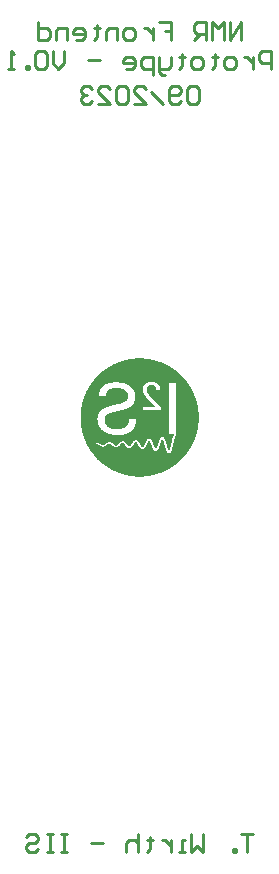
<source format=gbo>
G04*
G04 #@! TF.GenerationSoftware,Altium Limited,Altium Designer,23.9.2 (47)*
G04*
G04 Layer_Color=32896*
%FSLAX25Y25*%
%MOIN*%
G70*
G04*
G04 #@! TF.SameCoordinates,E30DC50E-2E90-4FCC-99EB-6CEF48135232*
G04*
G04*
G04 #@! TF.FilePolarity,Positive*
G04*
G01*
G75*
%ADD41C,0.01083*%
G36*
X-1596Y19685D02*
X-1605Y19652D01*
X-1625Y19632D01*
X-1683Y19615D01*
X-1789Y19607D01*
X-2347Y19599D01*
X-2363Y19582D01*
X-2380Y19574D01*
X-2404Y19550D01*
X-2462Y19533D01*
X-2921Y19525D01*
X-2966Y19488D01*
X-2978Y19476D01*
X-2995Y19468D01*
X-3036Y19451D01*
X-3413Y19443D01*
X-3458Y19406D01*
X-3487Y19377D01*
X-3561Y19369D01*
X-3585Y19377D01*
X-3823Y19369D01*
X-3868Y19332D01*
X-3897Y19304D01*
X-3955Y19295D01*
X-4217Y19287D01*
X-4254Y19250D01*
X-4262Y19234D01*
X-4315Y19213D01*
X-4508Y19218D01*
X-4541Y19209D01*
X-4570Y19189D01*
X-4603Y19156D01*
X-4643Y19140D01*
X-4865Y19131D01*
X-4914Y19082D01*
X-4931Y19074D01*
X-4955Y19066D01*
X-4988Y19058D01*
X-5123Y19062D01*
X-5164Y19053D01*
X-5193Y19033D01*
X-5214Y19004D01*
X-5226Y18992D01*
X-5291Y18976D01*
X-5316Y18984D01*
X-5447Y18976D01*
X-5492Y18947D01*
X-5501Y18930D01*
X-5521Y18910D01*
X-5554Y18902D01*
X-5718Y18893D01*
X-5739Y18881D01*
X-5747Y18865D01*
X-5775Y18828D01*
X-5833Y18820D01*
X-5931Y18828D01*
X-5989Y18795D01*
X-6009Y18766D01*
X-6022Y18754D01*
X-6054Y18746D01*
X-6202Y18738D01*
X-6259Y18680D01*
X-6317Y18664D01*
X-6440Y18656D01*
X-6469Y18627D01*
X-6477Y18611D01*
X-6522Y18590D01*
X-6661Y18582D01*
X-6690Y18553D01*
X-6698Y18537D01*
X-6727Y18508D01*
X-6891Y18500D01*
X-6920Y18471D01*
X-6928Y18455D01*
X-6948Y18434D01*
X-6981Y18426D01*
X-7088Y18418D01*
X-7137Y18369D01*
X-7178Y18352D01*
X-7293Y18344D01*
X-7313Y18324D01*
X-7322Y18307D01*
X-7342Y18278D01*
X-7375Y18270D01*
X-7473Y18262D01*
X-7518Y18225D01*
X-7539Y18205D01*
X-7596Y18196D01*
X-7678Y18188D01*
X-7707Y18159D01*
X-7715Y18143D01*
X-7728Y18123D01*
X-7760Y18114D01*
X-7851Y18106D01*
X-7871Y18086D01*
X-7896Y18045D01*
X-7929Y18036D01*
X-8019Y18028D01*
X-8031Y18016D01*
X-8043Y18012D01*
X-8051Y17995D01*
X-8072Y17975D01*
X-8129Y17958D01*
X-8195Y17950D01*
X-8236Y17926D01*
X-8277Y17885D01*
X-8310Y17876D01*
X-8384Y17868D01*
X-8421Y17831D01*
X-8429Y17815D01*
X-8482Y17795D01*
X-8556Y17786D01*
X-8568Y17774D01*
X-8576Y17758D01*
X-8597Y17729D01*
X-8630Y17721D01*
X-8712Y17712D01*
X-8724Y17700D01*
X-8732Y17684D01*
X-8761Y17647D01*
X-8794Y17639D01*
X-8868Y17630D01*
X-8888Y17610D01*
X-8896Y17594D01*
X-8925Y17565D01*
X-9024Y17557D01*
X-9044Y17536D01*
X-9069Y17495D01*
X-9105Y17483D01*
X-9179Y17475D01*
X-9192Y17462D01*
X-9200Y17446D01*
X-9220Y17417D01*
X-9261Y17401D01*
X-9319Y17392D01*
X-9347Y17372D01*
X-9356Y17356D01*
X-9368Y17343D01*
X-9409Y17327D01*
X-9462Y17306D01*
X-9499Y17269D01*
X-9540Y17253D01*
X-9573Y17245D01*
X-9610Y17216D01*
X-9618Y17200D01*
X-9639Y17179D01*
X-9671Y17171D01*
X-9737Y17163D01*
X-9758Y17142D01*
X-9782Y17101D01*
X-9819Y17089D01*
X-9885Y17081D01*
X-9913Y17052D01*
X-9922Y17036D01*
X-9942Y17015D01*
X-9987Y17003D01*
X-10032Y16974D01*
X-10057Y16950D01*
X-10090Y16941D01*
X-10131Y16925D01*
X-10159Y16896D01*
X-10172Y16868D01*
X-10213Y16851D01*
X-10287Y16843D01*
X-10299Y16831D01*
X-10307Y16814D01*
X-10319Y16794D01*
X-10336Y16786D01*
X-10393Y16753D01*
X-10426Y16720D01*
X-10467Y16704D01*
X-10516Y16695D01*
X-10545Y16667D01*
X-10570Y16626D01*
X-10606Y16613D01*
X-10652Y16601D01*
X-10680Y16580D01*
X-10705Y16556D01*
X-10779Y16515D01*
X-10807Y16470D01*
X-10844Y16457D01*
X-10898Y16445D01*
X-10922Y16429D01*
X-10931Y16412D01*
X-10943Y16400D01*
X-11000Y16367D01*
X-11021Y16347D01*
X-11029Y16330D01*
X-11058Y16302D01*
X-11127Y16289D01*
X-11140Y16277D01*
X-11156Y16269D01*
X-11172Y16244D01*
X-11246Y16203D01*
X-11279Y16154D01*
X-11320Y16138D01*
X-11361Y16113D01*
X-11386Y16088D01*
X-11427Y16072D01*
X-11460Y16064D01*
X-11488Y16035D01*
X-11496Y16019D01*
X-11525Y15990D01*
X-11566Y15965D01*
X-11578Y15953D01*
X-11587Y15937D01*
X-11607Y15916D01*
X-11640Y15908D01*
X-11693Y15888D01*
X-11738Y15842D01*
X-11796Y15810D01*
X-11816Y15781D01*
X-11845Y15752D01*
X-11861Y15744D01*
X-11882Y15732D01*
X-11890Y15715D01*
X-11927Y15678D01*
X-11960Y15670D01*
X-12013Y15650D01*
X-12042Y15613D01*
X-12099Y15580D01*
X-12128Y15551D01*
X-12136Y15535D01*
X-12149Y15522D01*
X-12165Y15514D01*
X-12194Y15494D01*
X-12202Y15477D01*
X-12222Y15449D01*
X-12239Y15440D01*
X-12296Y15399D01*
X-12321Y15375D01*
X-12399Y15346D01*
X-12460Y15285D01*
X-12501Y15260D01*
X-12514Y15248D01*
X-12522Y15231D01*
X-12550Y15203D01*
X-12567Y15194D01*
X-12596Y15166D01*
X-12604Y15149D01*
X-12632Y15121D01*
X-12649Y15112D01*
X-12677Y15092D01*
X-12686Y15076D01*
X-12714Y15047D01*
X-12772Y15014D01*
X-12805Y14981D01*
X-12878Y14940D01*
X-12920Y14899D01*
X-12936Y14891D01*
X-12981Y14854D01*
X-13018Y14809D01*
X-13034Y14801D01*
X-13055Y14788D01*
X-13063Y14772D01*
X-13079Y14756D01*
X-13083Y14743D01*
X-13100Y14735D01*
X-13116Y14719D01*
X-13133Y14710D01*
X-13153Y14682D01*
X-13190Y14645D01*
X-13206Y14637D01*
X-13219Y14624D01*
X-13227Y14608D01*
X-13272Y14563D01*
X-13289Y14555D01*
X-13301Y14542D01*
X-13309Y14526D01*
X-13346Y14489D01*
X-13362Y14481D01*
X-13391Y14452D01*
X-13399Y14436D01*
X-13420Y14415D01*
X-13436Y14407D01*
X-13465Y14387D01*
X-13473Y14370D01*
X-13502Y14341D01*
X-13518Y14333D01*
X-13584Y14267D01*
X-13600Y14259D01*
X-13617Y14243D01*
X-13633Y14235D01*
X-13645Y14222D01*
X-13654Y14206D01*
X-13682Y14186D01*
X-13707Y14161D01*
X-13723Y14153D01*
X-14105Y13771D01*
X-14113Y13755D01*
X-14187Y13681D01*
X-14195Y13665D01*
X-14261Y13599D01*
X-14269Y13583D01*
X-14297Y13554D01*
X-14314Y13546D01*
X-14334Y13517D01*
X-14363Y13480D01*
X-14379Y13472D01*
X-14400Y13451D01*
X-14408Y13435D01*
X-14424Y13419D01*
X-14429Y13406D01*
X-14445Y13398D01*
X-14482Y13361D01*
X-14490Y13345D01*
X-14527Y13308D01*
X-14544Y13300D01*
X-14556Y13287D01*
X-14564Y13271D01*
X-14580Y13255D01*
X-14584Y13242D01*
X-14601Y13234D01*
X-14638Y13205D01*
X-14646Y13189D01*
X-14691Y13144D01*
X-14707Y13136D01*
X-14736Y13099D01*
X-14740Y13086D01*
X-14757Y13078D01*
X-14773Y13062D01*
X-14789Y13054D01*
X-14822Y13004D01*
X-14867Y12968D01*
X-14921Y12898D01*
X-14937Y12890D01*
X-14958Y12853D01*
X-14990Y12795D01*
X-15023Y12763D01*
X-15056Y12705D01*
X-15077Y12685D01*
X-15093Y12676D01*
X-15105Y12664D01*
X-15130Y12623D01*
X-15150Y12603D01*
X-15167Y12594D01*
X-15195Y12566D01*
X-15204Y12549D01*
X-15233Y12520D01*
X-15249Y12512D01*
X-15269Y12492D01*
X-15294Y12451D01*
X-15323Y12422D01*
X-15335Y12418D01*
X-15351Y12377D01*
X-15384Y12319D01*
X-15409Y12295D01*
X-15450Y12221D01*
X-15499Y12188D01*
X-15507Y12172D01*
X-15536Y12135D01*
X-15552Y12127D01*
X-15589Y12090D01*
X-15618Y12037D01*
X-15634Y12028D01*
X-15647Y12016D01*
X-15663Y11975D01*
X-15675Y11930D01*
X-15716Y11889D01*
X-15729Y11885D01*
X-15737Y11868D01*
X-15774Y11823D01*
X-15790Y11807D01*
X-15807Y11799D01*
X-15819Y11786D01*
X-15852Y11729D01*
X-15893Y11688D01*
X-15909Y11614D01*
X-15938Y11586D01*
X-15954Y11577D01*
X-15975Y11557D01*
X-15999Y11516D01*
X-16020Y11495D01*
X-16036Y11487D01*
X-16057Y11467D01*
X-16065Y11434D01*
X-16098Y11376D01*
X-16122Y11352D01*
X-16143Y11298D01*
X-16159Y11274D01*
X-16176Y11266D01*
X-16213Y11237D01*
X-16245Y11180D01*
X-16278Y11147D01*
X-16295Y11081D01*
X-16303Y11056D01*
X-16331Y11028D01*
X-16348Y11020D01*
X-16377Y10991D01*
X-16405Y10938D01*
X-16422Y10929D01*
X-16442Y10909D01*
X-16451Y10851D01*
X-16459Y10819D01*
X-16479Y10798D01*
X-16496Y10790D01*
X-16524Y10769D01*
X-16565Y10695D01*
X-16598Y10663D01*
X-16610Y10601D01*
X-16623Y10572D01*
X-16635Y10560D01*
X-16676Y10536D01*
X-16688Y10523D01*
X-16705Y10458D01*
X-16742Y10413D01*
X-16754Y10400D01*
X-16774Y10347D01*
X-16807Y10314D01*
X-16824Y10306D01*
X-16844Y10285D01*
X-16852Y10195D01*
X-16881Y10166D01*
X-16897Y10158D01*
X-16926Y10130D01*
X-16939Y10085D01*
X-16967Y10039D01*
X-16992Y10015D01*
X-17004Y9970D01*
X-17033Y9924D01*
X-17074Y9900D01*
X-17082Y9867D01*
X-17090Y9793D01*
X-17111Y9773D01*
X-17152Y9748D01*
X-17164Y9711D01*
X-17172Y9654D01*
X-17193Y9625D01*
X-17209Y9617D01*
X-17238Y9588D01*
X-17250Y9543D01*
X-17279Y9498D01*
X-17295Y9482D01*
X-17312Y9441D01*
X-17332Y9387D01*
X-17386Y9334D01*
X-17394Y9301D01*
X-17402Y9244D01*
X-17439Y9207D01*
X-17455Y9199D01*
X-17468Y9186D01*
X-17476Y9154D01*
X-17484Y9080D01*
X-17504Y9059D01*
X-17545Y9035D01*
X-17558Y8998D01*
X-17566Y8924D01*
X-17586Y8903D01*
X-17603Y8895D01*
X-17623Y8883D01*
X-17632Y8850D01*
X-17640Y8768D01*
X-17660Y8748D01*
X-17701Y8723D01*
X-17714Y8686D01*
X-17722Y8604D01*
X-17734Y8592D01*
X-17751Y8584D01*
X-17787Y8555D01*
X-17792Y8518D01*
X-17787Y8481D01*
X-17816Y8428D01*
X-17857Y8403D01*
X-17869Y8366D01*
X-17878Y8284D01*
X-17935Y8227D01*
X-17943Y8194D01*
X-17951Y8136D01*
X-17972Y8083D01*
X-18017Y8038D01*
X-18025Y8005D01*
X-18034Y7948D01*
X-18042Y7907D01*
X-18062Y7886D01*
X-18079Y7878D01*
X-18107Y7849D01*
X-18115Y7743D01*
X-18144Y7714D01*
X-18161Y7706D01*
X-18181Y7685D01*
X-18189Y7628D01*
X-18198Y7554D01*
X-18214Y7538D01*
X-18222Y7521D01*
X-18255Y7489D01*
X-18263Y7456D01*
X-18271Y7349D01*
X-18292Y7329D01*
X-18333Y7304D01*
X-18345Y7267D01*
X-18353Y7160D01*
X-18370Y7144D01*
X-18378Y7128D01*
X-18394Y7119D01*
X-18403Y7103D01*
X-18419Y7062D01*
X-18427Y6955D01*
X-18456Y6927D01*
X-18472Y6919D01*
X-18493Y6898D01*
X-18501Y6865D01*
X-18509Y6726D01*
X-18538Y6697D01*
X-18554Y6689D01*
X-18575Y6668D01*
X-18583Y6635D01*
X-18591Y6504D01*
X-18657Y6439D01*
X-18665Y6283D01*
X-18681Y6266D01*
X-18690Y6250D01*
X-18702Y6238D01*
X-18718Y6230D01*
X-18739Y6184D01*
X-18747Y6037D01*
X-18764Y6020D01*
X-18768Y6008D01*
X-18784Y6000D01*
X-18804Y5979D01*
X-18821Y5922D01*
X-18813Y5815D01*
X-18841Y5762D01*
X-18858Y5754D01*
X-18878Y5742D01*
X-18887Y5725D01*
X-18895Y5700D01*
X-18903Y5528D01*
X-18923Y5508D01*
X-18940Y5500D01*
X-18960Y5479D01*
X-18969Y5446D01*
X-18977Y5389D01*
X-18985Y5233D01*
X-19014Y5204D01*
X-19030Y5196D01*
X-19042Y5184D01*
X-19050Y5151D01*
X-19055Y5114D01*
X-19050Y4987D01*
X-19059Y4962D01*
X-19083Y4921D01*
X-19116Y4888D01*
X-19133Y4847D01*
X-19141Y4626D01*
X-19157Y4610D01*
X-19165Y4593D01*
X-19190Y4577D01*
X-19198Y4560D01*
X-19206Y4536D01*
X-19215Y4478D01*
X-19206Y4421D01*
X-19210Y4384D01*
X-19206Y4314D01*
X-19235Y4261D01*
X-19252Y4253D01*
X-19280Y4224D01*
X-19288Y4191D01*
X-19297Y3912D01*
X-19333Y3867D01*
X-19354Y3847D01*
X-19370Y3789D01*
X-19366Y3539D01*
X-19375Y3498D01*
X-19395Y3469D01*
X-19407Y3457D01*
X-19424Y3449D01*
X-19444Y3404D01*
X-19452Y3018D01*
X-19489Y2973D01*
X-19510Y2953D01*
X-19518Y2920D01*
X-19526Y2863D01*
X-19534Y2452D01*
X-19592Y2362D01*
X-19600Y2305D01*
X-19608Y1698D01*
X-19616Y1673D01*
X-19641Y1632D01*
X-19653Y1620D01*
X-19682Y1616D01*
X-19678Y-1612D01*
X-19645Y-1620D01*
X-19625Y-1640D01*
X-19608Y-1698D01*
X-19600Y-1854D01*
X-19592Y-2346D01*
X-19555Y-2391D01*
X-19534Y-2436D01*
X-19526Y-2469D01*
X-19518Y-2928D01*
X-19481Y-2973D01*
X-19461Y-2994D01*
X-19444Y-3035D01*
X-19436Y-3420D01*
X-19379Y-3478D01*
X-19370Y-3511D01*
X-19362Y-3551D01*
X-19370Y-3576D01*
X-19362Y-3822D01*
X-19333Y-3859D01*
X-19317Y-3867D01*
X-19305Y-3880D01*
X-19288Y-3937D01*
X-19280Y-4216D01*
X-19243Y-4253D01*
X-19227Y-4261D01*
X-19215Y-4298D01*
X-19206Y-4331D01*
X-19210Y-4384D01*
X-19206Y-4445D01*
X-19215Y-4470D01*
X-19206Y-4544D01*
X-19190Y-4560D01*
X-19182Y-4577D01*
X-19149Y-4601D01*
X-19133Y-4659D01*
X-19124Y-4864D01*
X-19067Y-4921D01*
X-19050Y-4987D01*
X-19055Y-5114D01*
X-19046Y-5163D01*
X-19030Y-5188D01*
X-19014Y-5196D01*
X-18985Y-5225D01*
X-18977Y-5257D01*
X-18969Y-5446D01*
X-18948Y-5483D01*
X-18932Y-5491D01*
X-18903Y-5520D01*
X-18895Y-5553D01*
X-18887Y-5717D01*
X-18858Y-5746D01*
X-18841Y-5754D01*
X-18821Y-5774D01*
X-18813Y-5832D01*
X-18821Y-5914D01*
X-18809Y-5959D01*
X-18792Y-5983D01*
X-18776Y-5992D01*
X-18747Y-6020D01*
X-18739Y-6078D01*
X-18731Y-6201D01*
X-18673Y-6258D01*
X-18657Y-6316D01*
X-18661Y-6385D01*
X-18653Y-6435D01*
X-18620Y-6467D01*
X-18604Y-6476D01*
X-18591Y-6488D01*
X-18583Y-6521D01*
X-18575Y-6660D01*
X-18546Y-6689D01*
X-18530Y-6697D01*
X-18501Y-6726D01*
X-18493Y-6890D01*
X-18464Y-6919D01*
X-18448Y-6927D01*
X-18427Y-6947D01*
X-18419Y-6980D01*
X-18411Y-7087D01*
X-18361Y-7136D01*
X-18345Y-7177D01*
X-18337Y-7292D01*
X-18316Y-7312D01*
X-18275Y-7337D01*
X-18263Y-7374D01*
X-18255Y-7472D01*
X-18206Y-7521D01*
X-18189Y-7562D01*
X-18181Y-7677D01*
X-18152Y-7706D01*
X-18115Y-7726D01*
X-18107Y-7759D01*
X-18099Y-7849D01*
X-18079Y-7870D01*
X-18038Y-7895D01*
X-18029Y-7927D01*
X-18025Y-7956D01*
X-18034Y-7972D01*
X-18017Y-8022D01*
X-17968Y-8071D01*
X-17951Y-8128D01*
X-17943Y-8194D01*
X-17906Y-8239D01*
X-17886Y-8259D01*
X-17869Y-8301D01*
X-17861Y-8383D01*
X-17849Y-8403D01*
X-17832Y-8411D01*
X-17804Y-8432D01*
X-17787Y-8489D01*
X-17779Y-8555D01*
X-17767Y-8567D01*
X-17751Y-8575D01*
X-17722Y-8596D01*
X-17714Y-8629D01*
X-17705Y-8711D01*
X-17693Y-8723D01*
X-17652Y-8748D01*
X-17640Y-8760D01*
X-17632Y-8793D01*
X-17623Y-8867D01*
X-17603Y-8887D01*
X-17586Y-8895D01*
X-17558Y-8924D01*
X-17549Y-9022D01*
X-17529Y-9043D01*
X-17488Y-9067D01*
X-17476Y-9104D01*
X-17468Y-9170D01*
X-17455Y-9190D01*
X-17439Y-9199D01*
X-17410Y-9219D01*
X-17394Y-9277D01*
X-17381Y-9322D01*
X-17328Y-9375D01*
X-17316Y-9420D01*
X-17303Y-9449D01*
X-17263Y-9490D01*
X-17246Y-9547D01*
X-17213Y-9605D01*
X-17185Y-9625D01*
X-17172Y-9638D01*
X-17164Y-9670D01*
X-17156Y-9736D01*
X-17143Y-9748D01*
X-17127Y-9756D01*
X-17082Y-9793D01*
X-17074Y-9883D01*
X-17045Y-9912D01*
X-17029Y-9920D01*
X-17016Y-9933D01*
X-16992Y-9990D01*
X-16984Y-10007D01*
X-16943Y-10048D01*
X-16930Y-10101D01*
X-16918Y-10130D01*
X-16897Y-10150D01*
X-16881Y-10158D01*
X-16852Y-10179D01*
X-16844Y-10236D01*
X-16836Y-10285D01*
X-16824Y-10298D01*
X-16807Y-10306D01*
X-16787Y-10318D01*
X-16779Y-10335D01*
X-16746Y-10392D01*
X-16705Y-10433D01*
X-16696Y-10466D01*
X-16688Y-10515D01*
X-16660Y-10544D01*
X-16619Y-10568D01*
X-16606Y-10614D01*
X-16590Y-10655D01*
X-16557Y-10687D01*
X-16512Y-10774D01*
X-16496Y-10782D01*
X-16459Y-10810D01*
X-16442Y-10876D01*
X-16418Y-10917D01*
X-16393Y-10942D01*
X-16360Y-10999D01*
X-16340Y-11020D01*
X-16323Y-11028D01*
X-16295Y-11056D01*
X-16282Y-11110D01*
X-16258Y-11151D01*
X-16245Y-11155D01*
X-16237Y-11171D01*
X-16196Y-11245D01*
X-16147Y-11278D01*
X-16106Y-11352D01*
X-16081Y-11376D01*
X-16065Y-11417D01*
X-16057Y-11458D01*
X-16028Y-11487D01*
X-16012Y-11495D01*
X-15983Y-11524D01*
X-15975Y-11540D01*
X-15962Y-11561D01*
X-15946Y-11569D01*
X-15909Y-11598D01*
X-15901Y-11631D01*
X-15880Y-11684D01*
X-15844Y-11721D01*
X-15802Y-11795D01*
X-15774Y-11815D01*
X-15745Y-11844D01*
X-15737Y-11860D01*
X-15700Y-11897D01*
X-15684Y-11905D01*
X-15671Y-11918D01*
X-15663Y-11951D01*
X-15647Y-11992D01*
X-15634Y-12012D01*
X-15618Y-12020D01*
X-15597Y-12057D01*
X-15573Y-12098D01*
X-15544Y-12127D01*
X-15528Y-12135D01*
X-15515Y-12147D01*
X-15507Y-12164D01*
X-15487Y-12192D01*
X-15470Y-12201D01*
X-15433Y-12229D01*
X-15401Y-12287D01*
X-15360Y-12328D01*
X-15347Y-12373D01*
X-15319Y-12418D01*
X-15294Y-12434D01*
X-15286Y-12451D01*
X-15245Y-12508D01*
X-15216Y-12529D01*
X-15195Y-12549D01*
X-15187Y-12566D01*
X-15159Y-12594D01*
X-15142Y-12603D01*
X-15113Y-12631D01*
X-15105Y-12648D01*
X-15068Y-12685D01*
X-15052Y-12693D01*
X-15032Y-12730D01*
X-15023Y-12746D01*
X-14986Y-12791D01*
X-14966Y-12812D01*
X-14945Y-12865D01*
X-14884Y-12926D01*
X-14859Y-12968D01*
X-14847Y-12980D01*
X-14830Y-12988D01*
X-14802Y-13017D01*
X-14794Y-13033D01*
X-14781Y-13054D01*
X-14765Y-13062D01*
X-14749Y-13078D01*
X-14736Y-13082D01*
X-14728Y-13099D01*
X-14712Y-13115D01*
X-14703Y-13132D01*
X-14675Y-13152D01*
X-14638Y-13189D01*
X-14630Y-13205D01*
X-14617Y-13218D01*
X-14601Y-13226D01*
X-14556Y-13271D01*
X-14548Y-13287D01*
X-14535Y-13300D01*
X-14519Y-13308D01*
X-14482Y-13345D01*
X-14474Y-13361D01*
X-14445Y-13390D01*
X-14429Y-13398D01*
X-14416Y-13410D01*
X-14408Y-13427D01*
X-14371Y-13472D01*
X-14355Y-13480D01*
X-14343Y-13492D01*
X-14334Y-13509D01*
X-14297Y-13554D01*
X-14277Y-13566D01*
X-14269Y-13583D01*
X-14187Y-13665D01*
X-14178Y-13681D01*
X-14096Y-13763D01*
X-14088Y-13780D01*
X-13715Y-14153D01*
X-13699Y-14161D01*
X-13674Y-14186D01*
X-13658Y-14194D01*
X-13637Y-14214D01*
X-13629Y-14231D01*
X-13600Y-14251D01*
X-13555Y-14288D01*
X-13535Y-14317D01*
X-13518Y-14325D01*
X-13473Y-14362D01*
X-13465Y-14378D01*
X-13444Y-14399D01*
X-13428Y-14407D01*
X-13412Y-14423D01*
X-13399Y-14427D01*
X-13391Y-14444D01*
X-13354Y-14481D01*
X-13338Y-14489D01*
X-13301Y-14526D01*
X-13293Y-14542D01*
X-13280Y-14555D01*
X-13264Y-14563D01*
X-13219Y-14608D01*
X-13211Y-14624D01*
X-13198Y-14637D01*
X-13182Y-14645D01*
X-13137Y-14690D01*
X-13129Y-14706D01*
X-13100Y-14727D01*
X-13079Y-14739D01*
X-13071Y-14756D01*
X-13055Y-14772D01*
X-13051Y-14784D01*
X-13034Y-14793D01*
X-12989Y-14829D01*
X-12952Y-14875D01*
X-12911Y-14899D01*
X-12862Y-14948D01*
X-12809Y-14969D01*
X-12796Y-14981D01*
X-12780Y-14989D01*
X-12764Y-15014D01*
X-12690Y-15055D01*
X-12669Y-15084D01*
X-12641Y-15112D01*
X-12624Y-15121D01*
X-12596Y-15149D01*
X-12587Y-15166D01*
X-12559Y-15194D01*
X-12542Y-15203D01*
X-12514Y-15231D01*
X-12505Y-15248D01*
X-12485Y-15268D01*
X-12431Y-15297D01*
X-12423Y-15313D01*
X-12403Y-15334D01*
X-12362Y-15350D01*
X-12329Y-15358D01*
X-12300Y-15379D01*
X-12292Y-15395D01*
X-12271Y-15416D01*
X-12214Y-15449D01*
X-12181Y-15498D01*
X-12165Y-15506D01*
X-12120Y-15543D01*
X-12111Y-15559D01*
X-12083Y-15588D01*
X-12042Y-15605D01*
X-12001Y-15645D01*
X-11911Y-15678D01*
X-11898Y-15691D01*
X-11890Y-15707D01*
X-11853Y-15744D01*
X-11837Y-15752D01*
X-11816Y-15764D01*
X-11808Y-15781D01*
X-11779Y-15818D01*
X-11705Y-15859D01*
X-11681Y-15883D01*
X-11624Y-15900D01*
X-11582Y-15924D01*
X-11558Y-15965D01*
X-11541Y-15974D01*
X-11496Y-16011D01*
X-11460Y-16056D01*
X-11406Y-16068D01*
X-11377Y-16080D01*
X-11337Y-16121D01*
X-11267Y-16158D01*
X-11259Y-16174D01*
X-11230Y-16211D01*
X-11189Y-16228D01*
X-11172Y-16236D01*
X-11127Y-16273D01*
X-11090Y-16285D01*
X-11049Y-16302D01*
X-11021Y-16330D01*
X-11012Y-16347D01*
X-10984Y-16375D01*
X-10926Y-16408D01*
X-10902Y-16433D01*
X-10836Y-16449D01*
X-10795Y-16474D01*
X-10762Y-16523D01*
X-10721Y-16540D01*
X-10680Y-16564D01*
X-10656Y-16589D01*
X-10594Y-16609D01*
X-10590Y-16613D01*
X-10565Y-16622D01*
X-10553Y-16634D01*
X-10528Y-16675D01*
X-10516Y-16687D01*
X-10459Y-16695D01*
X-10418Y-16720D01*
X-10385Y-16753D01*
X-10315Y-16790D01*
X-10307Y-16806D01*
X-10287Y-16835D01*
X-10254Y-16843D01*
X-10180Y-16851D01*
X-10168Y-16863D01*
X-10159Y-16880D01*
X-10123Y-16925D01*
X-10069Y-16937D01*
X-10041Y-16950D01*
X-10000Y-16991D01*
X-9967Y-16999D01*
X-9926Y-17023D01*
X-9905Y-17044D01*
X-9897Y-17060D01*
X-9885Y-17073D01*
X-9852Y-17081D01*
X-9786Y-17089D01*
X-9766Y-17110D01*
X-9758Y-17126D01*
X-9737Y-17155D01*
X-9704Y-17163D01*
X-9630Y-17171D01*
X-9618Y-17183D01*
X-9610Y-17200D01*
X-9589Y-17229D01*
X-9548Y-17245D01*
X-9503Y-17257D01*
X-9475Y-17278D01*
X-9450Y-17302D01*
X-9368Y-17335D01*
X-9347Y-17347D01*
X-9339Y-17364D01*
X-9327Y-17376D01*
X-9269Y-17393D01*
X-9216Y-17413D01*
X-9200Y-17429D01*
X-9192Y-17446D01*
X-9171Y-17466D01*
X-9114Y-17475D01*
X-9073Y-17483D01*
X-9044Y-17512D01*
X-9036Y-17528D01*
X-9015Y-17548D01*
X-8970Y-17552D01*
X-8958Y-17548D01*
X-8933Y-17557D01*
X-8905Y-17569D01*
X-8896Y-17585D01*
X-8859Y-17630D01*
X-8761Y-17639D01*
X-8732Y-17667D01*
X-8724Y-17684D01*
X-8704Y-17704D01*
X-8671Y-17712D01*
X-8597Y-17721D01*
X-8576Y-17741D01*
X-8568Y-17758D01*
X-8540Y-17786D01*
X-8441Y-17795D01*
X-8404Y-17831D01*
X-8396Y-17848D01*
X-8343Y-17868D01*
X-8277Y-17876D01*
X-8232Y-17913D01*
X-8220Y-17926D01*
X-8179Y-17942D01*
X-8146Y-17950D01*
X-8080Y-17958D01*
X-8043Y-17987D01*
X-8035Y-18004D01*
X-8023Y-18016D01*
X-7990Y-18024D01*
X-7965Y-18032D01*
X-7941Y-18024D01*
X-7896Y-18036D01*
X-7879Y-18053D01*
X-7871Y-18069D01*
X-7851Y-18098D01*
X-7818Y-18106D01*
X-7728Y-18114D01*
X-7707Y-18135D01*
X-7699Y-18151D01*
X-7670Y-18180D01*
X-7564Y-18188D01*
X-7531Y-18196D01*
X-7486Y-18233D01*
X-7477Y-18250D01*
X-7440Y-18262D01*
X-7342Y-18270D01*
X-7322Y-18291D01*
X-7313Y-18307D01*
X-7301Y-18328D01*
X-7260Y-18344D01*
X-7137Y-18352D01*
X-7100Y-18381D01*
X-7092Y-18397D01*
X-7080Y-18410D01*
X-7047Y-18418D01*
X-6948Y-18426D01*
X-6928Y-18438D01*
X-6920Y-18455D01*
X-6883Y-18492D01*
X-6850Y-18500D01*
X-6711Y-18508D01*
X-6698Y-18520D01*
X-6674Y-18561D01*
X-6661Y-18574D01*
X-6628Y-18582D01*
X-6526Y-18578D01*
X-6493Y-18586D01*
X-6460Y-18611D01*
X-6452Y-18627D01*
X-6440Y-18647D01*
X-6374Y-18664D01*
X-6341Y-18656D01*
X-6259Y-18664D01*
X-6222Y-18701D01*
X-6214Y-18717D01*
X-6202Y-18730D01*
X-6169Y-18738D01*
X-6013Y-18746D01*
X-5993Y-18766D01*
X-5985Y-18783D01*
X-5956Y-18812D01*
X-5898Y-18820D01*
X-5792Y-18812D01*
X-5755Y-18832D01*
X-5747Y-18848D01*
X-5718Y-18885D01*
X-5685Y-18893D01*
X-5513Y-18902D01*
X-5464Y-18951D01*
X-5447Y-18959D01*
X-5423Y-18967D01*
X-5365Y-18976D01*
X-5263Y-18971D01*
X-5230Y-18980D01*
X-5201Y-19000D01*
X-5181Y-19029D01*
X-5160Y-19049D01*
X-4922Y-19058D01*
X-4857Y-19123D01*
X-4824Y-19131D01*
X-4611Y-19140D01*
X-4574Y-19168D01*
X-4566Y-19185D01*
X-4553Y-19197D01*
X-4488Y-19213D01*
X-4406Y-19205D01*
X-4381Y-19213D01*
X-4357Y-19205D01*
X-4275Y-19213D01*
X-4246Y-19234D01*
X-4237Y-19250D01*
X-4209Y-19279D01*
X-4151Y-19287D01*
X-3889Y-19295D01*
X-3860Y-19316D01*
X-3852Y-19332D01*
X-3831Y-19353D01*
X-3766Y-19369D01*
X-3524Y-19365D01*
X-3475Y-19373D01*
X-3446Y-19394D01*
X-3413Y-19427D01*
X-3356Y-19443D01*
X-2995Y-19451D01*
X-2913Y-19509D01*
X-2880Y-19517D01*
X-2823Y-19525D01*
X-2404Y-19533D01*
X-2359Y-19570D01*
X-2322Y-19591D01*
X-2290Y-19599D01*
X-1650Y-19607D01*
X-1592Y-19640D01*
X-1576Y-19681D01*
X1586Y-19677D01*
X1594Y-19636D01*
X1639Y-19615D01*
X1672Y-19607D01*
X1877Y-19599D01*
X2336Y-19591D01*
X2382Y-19554D01*
X2427Y-19533D01*
X2459Y-19525D01*
X2919Y-19517D01*
X2964Y-19480D01*
X2976Y-19468D01*
X2993Y-19459D01*
X3034Y-19443D01*
X3411Y-19435D01*
X3427Y-19419D01*
X3444Y-19410D01*
X3460Y-19386D01*
X3501Y-19369D01*
X3559Y-19361D01*
X3583Y-19369D01*
X3821Y-19361D01*
X3858Y-19332D01*
X3866Y-19316D01*
X3887Y-19295D01*
X3944Y-19287D01*
X4206Y-19279D01*
X4235Y-19259D01*
X4243Y-19242D01*
X4264Y-19222D01*
X4321Y-19205D01*
X4408Y-19209D01*
X4453Y-19205D01*
X4477Y-19213D01*
X4543Y-19205D01*
X4608Y-19140D01*
X4641Y-19131D01*
X4863Y-19123D01*
X4900Y-19086D01*
X4908Y-19070D01*
X4961Y-19049D01*
X5174Y-19041D01*
X5195Y-19021D01*
X5203Y-19004D01*
X5232Y-18976D01*
X5297Y-18967D01*
X5322Y-18976D01*
X5437Y-18967D01*
X5494Y-18926D01*
X5519Y-18902D01*
X5576Y-18893D01*
X5724Y-18885D01*
X5744Y-18865D01*
X5765Y-18828D01*
X5806Y-18812D01*
X5937Y-18820D01*
X5978Y-18795D01*
X5991Y-18783D01*
X5999Y-18766D01*
X6019Y-18746D01*
X6052Y-18738D01*
X6200Y-18730D01*
X6228Y-18709D01*
X6236Y-18693D01*
X6265Y-18664D01*
X6323Y-18656D01*
X6401Y-18660D01*
X6433Y-18652D01*
X6458Y-18635D01*
X6466Y-18619D01*
X6487Y-18590D01*
X6520Y-18582D01*
X6560Y-18574D01*
X6585Y-18582D01*
X6667Y-18574D01*
X6688Y-18553D01*
X6696Y-18537D01*
X6716Y-18508D01*
X6749Y-18500D01*
X6897Y-18492D01*
X6917Y-18471D01*
X6926Y-18455D01*
X6954Y-18426D01*
X6987Y-18418D01*
X7085Y-18410D01*
X7106Y-18389D01*
X7114Y-18373D01*
X7151Y-18352D01*
X7184Y-18344D01*
X7299Y-18336D01*
X7311Y-18324D01*
X7319Y-18307D01*
X7348Y-18270D01*
X7381Y-18262D01*
X7479Y-18254D01*
X7528Y-18205D01*
X7569Y-18188D01*
X7676Y-18180D01*
X7705Y-18159D01*
X7713Y-18143D01*
X7733Y-18114D01*
X7766Y-18106D01*
X7857Y-18098D01*
X7869Y-18086D01*
X7877Y-18069D01*
X7906Y-18032D01*
X7963Y-18024D01*
X7980Y-18032D01*
X8029Y-18016D01*
X8086Y-17958D01*
X8205Y-17938D01*
X8246Y-17913D01*
X8254Y-17897D01*
X8267Y-17885D01*
X8308Y-17868D01*
X8390Y-17860D01*
X8427Y-17823D01*
X8435Y-17807D01*
X8488Y-17786D01*
X8562Y-17778D01*
X8574Y-17766D01*
X8599Y-17725D01*
X8636Y-17712D01*
X8718Y-17704D01*
X8730Y-17692D01*
X8755Y-17651D01*
X8767Y-17639D01*
X8800Y-17630D01*
X8873Y-17622D01*
X8894Y-17602D01*
X8902Y-17585D01*
X8914Y-17565D01*
X8947Y-17557D01*
X9029Y-17548D01*
X9050Y-17528D01*
X9075Y-17487D01*
X9111Y-17475D01*
X9185Y-17466D01*
X9198Y-17454D01*
X9206Y-17438D01*
X9226Y-17409D01*
X9284Y-17393D01*
X9325Y-17384D01*
X9345Y-17372D01*
X9353Y-17356D01*
X9374Y-17335D01*
X9415Y-17319D01*
X9472Y-17286D01*
X9497Y-17261D01*
X9554Y-17245D01*
X9612Y-17212D01*
X9632Y-17183D01*
X9645Y-17171D01*
X9677Y-17163D01*
X9743Y-17155D01*
X9764Y-17134D01*
X9788Y-17093D01*
X9825Y-17081D01*
X9899Y-17073D01*
X9911Y-17060D01*
X9936Y-17019D01*
X10018Y-16978D01*
X10046Y-16950D01*
X10087Y-16933D01*
X10132Y-16921D01*
X10157Y-16896D01*
X10165Y-16880D01*
X10186Y-16851D01*
X10243Y-16843D01*
X10293Y-16835D01*
X10305Y-16823D01*
X10313Y-16806D01*
X10350Y-16769D01*
X10403Y-16749D01*
X10440Y-16712D01*
X10498Y-16695D01*
X10538Y-16671D01*
X10551Y-16658D01*
X10559Y-16642D01*
X10571Y-16622D01*
X10612Y-16605D01*
X10657Y-16593D01*
X10694Y-16556D01*
X10780Y-16511D01*
X10789Y-16494D01*
X10817Y-16457D01*
X10850Y-16449D01*
X10908Y-16441D01*
X10936Y-16412D01*
X10940Y-16400D01*
X10957Y-16392D01*
X11014Y-16351D01*
X11027Y-16339D01*
X11035Y-16322D01*
X11063Y-16294D01*
X11129Y-16285D01*
X11166Y-16257D01*
X11170Y-16244D01*
X11186Y-16236D01*
X11244Y-16203D01*
X11256Y-16191D01*
X11264Y-16174D01*
X11285Y-16146D01*
X11375Y-16097D01*
X11392Y-16080D01*
X11433Y-16064D01*
X11465Y-16056D01*
X11494Y-16027D01*
X11502Y-16011D01*
X11531Y-15982D01*
X11547Y-15974D01*
X11576Y-15953D01*
X11584Y-15937D01*
X11613Y-15908D01*
X11646Y-15900D01*
X11691Y-15888D01*
X11744Y-15834D01*
X11802Y-15801D01*
X11822Y-15773D01*
X11851Y-15744D01*
X11867Y-15736D01*
X11888Y-15723D01*
X11896Y-15707D01*
X11933Y-15670D01*
X11966Y-15662D01*
X12023Y-15629D01*
X12048Y-15605D01*
X12105Y-15572D01*
X12126Y-15551D01*
X12134Y-15535D01*
X12154Y-15514D01*
X12171Y-15506D01*
X12200Y-15486D01*
X12208Y-15469D01*
X12228Y-15440D01*
X12245Y-15432D01*
X12302Y-15399D01*
X12318Y-15375D01*
X12335Y-15367D01*
X12376Y-15350D01*
X12417Y-15326D01*
X12466Y-15276D01*
X12507Y-15252D01*
X12519Y-15239D01*
X12528Y-15223D01*
X12556Y-15194D01*
X12573Y-15186D01*
X12601Y-15157D01*
X12610Y-15141D01*
X12638Y-15112D01*
X12655Y-15104D01*
X12675Y-15092D01*
X12683Y-15076D01*
X12720Y-15039D01*
X12778Y-15006D01*
X12790Y-14993D01*
X12794Y-14981D01*
X12810Y-14973D01*
X12884Y-14932D01*
X12934Y-14883D01*
X12975Y-14858D01*
X12987Y-14846D01*
X12995Y-14829D01*
X13016Y-14809D01*
X13032Y-14801D01*
X13061Y-14780D01*
X13069Y-14764D01*
X13085Y-14747D01*
X13089Y-14735D01*
X13106Y-14727D01*
X13122Y-14710D01*
X13139Y-14702D01*
X13159Y-14674D01*
X13196Y-14637D01*
X13212Y-14628D01*
X13225Y-14616D01*
X13233Y-14600D01*
X13278Y-14555D01*
X13295Y-14546D01*
X13307Y-14534D01*
X13315Y-14518D01*
X13352Y-14481D01*
X13368Y-14473D01*
X13442Y-14399D01*
X13458Y-14391D01*
X13487Y-14362D01*
X13495Y-14345D01*
X13545Y-14313D01*
X13569Y-14288D01*
X13573Y-14276D01*
X13590Y-14268D01*
X13614Y-14243D01*
X13631Y-14235D01*
X13696Y-14169D01*
X13713Y-14161D01*
X13803Y-14071D01*
X13819Y-14062D01*
X13856Y-14026D01*
X13860Y-14013D01*
X13877Y-14005D01*
X13938Y-13944D01*
X13942Y-13931D01*
X13959Y-13923D01*
X14004Y-13878D01*
X14012Y-13861D01*
X14176Y-13698D01*
X14184Y-13681D01*
X14250Y-13615D01*
X14258Y-13599D01*
X14332Y-13525D01*
X14340Y-13509D01*
X14414Y-13435D01*
X14422Y-13419D01*
X14496Y-13345D01*
X14504Y-13328D01*
X14525Y-13308D01*
X14541Y-13300D01*
X14562Y-13279D01*
X14570Y-13263D01*
X14615Y-13218D01*
X14631Y-13209D01*
X14644Y-13197D01*
X14652Y-13181D01*
X14689Y-13144D01*
X14705Y-13136D01*
X14717Y-13123D01*
X14726Y-13107D01*
X14742Y-13091D01*
X14746Y-13078D01*
X14763Y-13070D01*
X14779Y-13054D01*
X14791Y-13049D01*
X14799Y-13033D01*
X14836Y-12988D01*
X14853Y-12980D01*
X14882Y-12951D01*
X14890Y-12935D01*
X14927Y-12890D01*
X14943Y-12881D01*
X14980Y-12820D01*
X14988Y-12803D01*
X15021Y-12771D01*
X15029Y-12754D01*
X15062Y-12697D01*
X15082Y-12676D01*
X15099Y-12668D01*
X15111Y-12656D01*
X15136Y-12615D01*
X15156Y-12594D01*
X15173Y-12586D01*
X15201Y-12557D01*
X15210Y-12541D01*
X15238Y-12512D01*
X15255Y-12504D01*
X15275Y-12484D01*
X15283Y-12467D01*
X15320Y-12422D01*
X15337Y-12414D01*
X15349Y-12402D01*
X15357Y-12369D01*
X15390Y-12311D01*
X15415Y-12287D01*
X15423Y-12270D01*
X15452Y-12217D01*
X15468Y-12209D01*
X15484Y-12192D01*
X15501Y-12184D01*
X15534Y-12135D01*
X15579Y-12098D01*
X15595Y-12082D01*
X15620Y-12041D01*
X15661Y-12000D01*
X15669Y-11967D01*
X15689Y-11913D01*
X15735Y-11877D01*
X15776Y-11819D01*
X15788Y-11807D01*
X15804Y-11799D01*
X15825Y-11778D01*
X15858Y-11721D01*
X15886Y-11700D01*
X15899Y-11688D01*
X15919Y-11602D01*
X15935Y-11586D01*
X15952Y-11577D01*
X15981Y-11549D01*
X16005Y-11508D01*
X16017Y-11495D01*
X16034Y-11487D01*
X16063Y-11458D01*
X16079Y-11417D01*
X16087Y-11401D01*
X16120Y-11368D01*
X16137Y-11327D01*
X16145Y-11294D01*
X16165Y-11266D01*
X16182Y-11257D01*
X16218Y-11229D01*
X16251Y-11171D01*
X16280Y-11151D01*
X16292Y-11139D01*
X16300Y-11081D01*
X16309Y-11048D01*
X16329Y-11028D01*
X16346Y-11020D01*
X16383Y-10983D01*
X16407Y-10942D01*
X16428Y-10921D01*
X16444Y-10913D01*
X16456Y-10876D01*
X16465Y-10819D01*
X16501Y-10782D01*
X16518Y-10774D01*
X16530Y-10761D01*
X16563Y-10704D01*
X16583Y-10683D01*
X16600Y-10675D01*
X16612Y-10630D01*
X16620Y-10581D01*
X16657Y-10544D01*
X16674Y-10536D01*
X16694Y-10515D01*
X16715Y-10462D01*
X16760Y-10400D01*
X16768Y-10368D01*
X16793Y-10326D01*
X16813Y-10306D01*
X16830Y-10298D01*
X16850Y-10277D01*
X16858Y-10220D01*
X16867Y-10179D01*
X16879Y-10166D01*
X16895Y-10158D01*
X16932Y-10121D01*
X16940Y-10089D01*
X16977Y-10044D01*
X16989Y-10039D01*
X17006Y-9982D01*
X17014Y-9949D01*
X17035Y-9920D01*
X17076Y-9896D01*
X17088Y-9883D01*
X17096Y-9785D01*
X17108Y-9773D01*
X17125Y-9765D01*
X17162Y-9736D01*
X17178Y-9670D01*
X17186Y-9646D01*
X17236Y-9596D01*
X17260Y-9531D01*
X17281Y-9502D01*
X17297Y-9494D01*
X17318Y-9449D01*
X17326Y-9400D01*
X17355Y-9363D01*
X17371Y-9354D01*
X17400Y-9326D01*
X17408Y-9236D01*
X17436Y-9207D01*
X17473Y-9186D01*
X17482Y-9154D01*
X17490Y-9071D01*
X17502Y-9059D01*
X17543Y-9035D01*
X17564Y-9014D01*
X17572Y-8916D01*
X17592Y-8895D01*
X17633Y-8871D01*
X17642Y-8772D01*
X17662Y-8743D01*
X17707Y-8715D01*
X17719Y-8702D01*
X17728Y-8596D01*
X17793Y-8555D01*
X17801Y-8506D01*
X17793Y-8481D01*
X17810Y-8440D01*
X17830Y-8420D01*
X17867Y-8399D01*
X17875Y-8366D01*
X17884Y-8284D01*
X17912Y-8255D01*
X17929Y-8247D01*
X17949Y-8227D01*
X17961Y-8124D01*
X17990Y-8079D01*
X18007Y-8071D01*
X18015Y-8055D01*
X18031Y-8014D01*
X18044Y-7919D01*
X18064Y-7890D01*
X18076Y-7878D01*
X18093Y-7870D01*
X18105Y-7858D01*
X18113Y-7825D01*
X18121Y-7735D01*
X18142Y-7714D01*
X18183Y-7689D01*
X18195Y-7644D01*
X18203Y-7562D01*
X18253Y-7513D01*
X18269Y-7472D01*
X18277Y-7349D01*
X18298Y-7329D01*
X18314Y-7320D01*
X18343Y-7300D01*
X18351Y-7267D01*
X18359Y-7169D01*
X18417Y-7111D01*
X18425Y-7078D01*
X18433Y-6955D01*
X18445Y-6935D01*
X18486Y-6910D01*
X18499Y-6898D01*
X18507Y-6865D01*
X18515Y-6734D01*
X18536Y-6705D01*
X18552Y-6697D01*
X18581Y-6668D01*
X18589Y-6611D01*
X18597Y-6529D01*
X18634Y-6484D01*
X18646Y-6471D01*
X18663Y-6431D01*
X18671Y-6307D01*
X18708Y-6262D01*
X18728Y-6242D01*
X18745Y-6176D01*
X18753Y-6053D01*
X18769Y-6037D01*
X18778Y-6020D01*
X18810Y-5988D01*
X18819Y-5955D01*
X18823Y-5885D01*
X18819Y-5840D01*
X18827Y-5815D01*
X18835Y-5782D01*
X18856Y-5762D01*
X18872Y-5754D01*
X18892Y-5733D01*
X18901Y-5676D01*
X18909Y-5528D01*
X18921Y-5516D01*
X18937Y-5508D01*
X18966Y-5487D01*
X18983Y-5430D01*
X18974Y-5323D01*
X18983Y-5299D01*
X18991Y-5249D01*
X19040Y-5200D01*
X19056Y-5159D01*
X19060Y-5106D01*
X19056Y-4987D01*
X19093Y-4942D01*
X19122Y-4913D01*
X19139Y-4847D01*
X19134Y-4704D01*
X19142Y-4663D01*
X19163Y-4634D01*
X19196Y-4601D01*
X19212Y-4560D01*
X19216Y-4458D01*
X19212Y-4347D01*
X19220Y-4323D01*
X19229Y-4290D01*
X19286Y-4232D01*
X19294Y-4175D01*
X19302Y-3937D01*
X19343Y-3896D01*
X19352Y-3880D01*
X19368Y-3839D01*
X19376Y-3757D01*
X19372Y-3613D01*
X19380Y-3523D01*
X19409Y-3478D01*
X19442Y-3445D01*
X19450Y-3412D01*
X19458Y-3051D01*
X19499Y-2994D01*
X19516Y-2977D01*
X19532Y-2912D01*
X19540Y-2477D01*
X19577Y-2432D01*
X19590Y-2420D01*
X19606Y-2362D01*
X19614Y-1747D01*
X19639Y-1706D01*
X19659Y-1685D01*
X19688Y-1681D01*
X19684Y1694D01*
X19651Y1702D01*
X19631Y1722D01*
X19614Y1763D01*
X19606Y1919D01*
X19598Y2411D01*
X19581Y2428D01*
X19573Y2444D01*
X19549Y2469D01*
X19532Y2526D01*
X19524Y2969D01*
X19483Y3027D01*
X19466Y3043D01*
X19450Y3109D01*
X19442Y3453D01*
X19425Y3469D01*
X19417Y3486D01*
X19385Y3519D01*
X19376Y3576D01*
X19368Y3642D01*
X19376Y3666D01*
X19368Y3863D01*
X19327Y3921D01*
X19302Y3945D01*
X19294Y4003D01*
X19286Y4241D01*
X19237Y4290D01*
X19220Y4331D01*
X19212Y4413D01*
X19216Y4499D01*
X19208Y4581D01*
X19180Y4626D01*
X19147Y4659D01*
X19139Y4692D01*
X19130Y4905D01*
X19093Y4950D01*
X19065Y4979D01*
X19056Y5012D01*
X19048Y5200D01*
X18999Y5249D01*
X18983Y5290D01*
X18974Y5389D01*
X18983Y5413D01*
X18974Y5479D01*
X18954Y5508D01*
X18913Y5532D01*
X18901Y5569D01*
X18892Y5742D01*
X18835Y5799D01*
X18819Y5864D01*
X18810Y5996D01*
X18773Y6041D01*
X18753Y6061D01*
X18745Y6094D01*
X18736Y6225D01*
X18679Y6299D01*
X18663Y6340D01*
X18654Y6463D01*
X18618Y6508D01*
X18605Y6521D01*
X18597Y6537D01*
X18589Y6562D01*
X18581Y6677D01*
X18560Y6705D01*
X18544Y6713D01*
X18515Y6742D01*
X18507Y6799D01*
X18499Y6906D01*
X18478Y6927D01*
X18462Y6935D01*
X18433Y6955D01*
X18425Y7013D01*
X18417Y7119D01*
X18359Y7177D01*
X18351Y7210D01*
X18343Y7308D01*
X18330Y7320D01*
X18314Y7329D01*
X18277Y7357D01*
X18269Y7415D01*
X18261Y7505D01*
X18224Y7550D01*
X18195Y7579D01*
X18187Y7694D01*
X18167Y7714D01*
X18125Y7739D01*
X18113Y7751D01*
X18105Y7866D01*
X18076Y7895D01*
X18060Y7903D01*
X18048Y7915D01*
X18039Y7948D01*
X18027Y8034D01*
X18011Y8075D01*
X17966Y8120D01*
X17957Y8153D01*
X17949Y8235D01*
X17920Y8264D01*
X17904Y8272D01*
X17884Y8292D01*
X17875Y8325D01*
X17867Y8407D01*
X17855Y8420D01*
X17814Y8444D01*
X17801Y8456D01*
X17793Y8506D01*
X17801Y8530D01*
X17785Y8571D01*
X17728Y8604D01*
X17719Y8637D01*
X17711Y8719D01*
X17691Y8739D01*
X17674Y8748D01*
X17646Y8768D01*
X17638Y8826D01*
X17642Y8846D01*
X17633Y8879D01*
X17617Y8895D01*
X17576Y8920D01*
X17564Y8932D01*
X17555Y9031D01*
X17527Y9059D01*
X17490Y9080D01*
X17482Y9112D01*
X17473Y9194D01*
X17461Y9207D01*
X17420Y9232D01*
X17408Y9244D01*
X17400Y9277D01*
X17391Y9350D01*
X17379Y9363D01*
X17338Y9387D01*
X17326Y9424D01*
X17309Y9490D01*
X17260Y9539D01*
X17244Y9580D01*
X17219Y9621D01*
X17186Y9654D01*
X17170Y9719D01*
X17145Y9760D01*
X17096Y9793D01*
X17088Y9826D01*
X17080Y9900D01*
X17059Y9920D01*
X17018Y9945D01*
X17006Y9990D01*
X16998Y10039D01*
X16940Y10097D01*
X16924Y10138D01*
X16903Y10166D01*
X16887Y10175D01*
X16858Y10203D01*
X16850Y10285D01*
X16821Y10314D01*
X16805Y10322D01*
X16776Y10351D01*
X16768Y10384D01*
X16752Y10425D01*
X16719Y10458D01*
X16702Y10499D01*
X16678Y10540D01*
X16666Y10552D01*
X16649Y10560D01*
X16620Y10589D01*
X16612Y10622D01*
X16604Y10679D01*
X16575Y10708D01*
X16559Y10716D01*
X16514Y10786D01*
X16485Y10806D01*
X16465Y10827D01*
X16456Y10860D01*
X16448Y10917D01*
X16428Y10938D01*
X16411Y10946D01*
X16391Y10966D01*
X16362Y11020D01*
X16346Y11028D01*
X16309Y11056D01*
X16300Y11089D01*
X16292Y11147D01*
X16255Y11184D01*
X16243Y11188D01*
X16235Y11204D01*
X16198Y11257D01*
X16182Y11266D01*
X16153Y11286D01*
X16137Y11344D01*
X16120Y11384D01*
X16079Y11426D01*
X16046Y11483D01*
X16026Y11503D01*
X16009Y11512D01*
X15989Y11532D01*
X15964Y11573D01*
X15915Y11622D01*
X15907Y11680D01*
X15886Y11717D01*
X15870Y11725D01*
X15841Y11754D01*
X15833Y11770D01*
X15804Y11807D01*
X15788Y11815D01*
X15751Y11852D01*
X15726Y11893D01*
X15685Y11934D01*
X15677Y11967D01*
X15657Y12020D01*
X15632Y12045D01*
X15616Y12053D01*
X15583Y12102D01*
X15550Y12135D01*
X15534Y12143D01*
X15521Y12156D01*
X15513Y12172D01*
X15484Y12209D01*
X15468Y12217D01*
X15439Y12246D01*
X15423Y12287D01*
X15415Y12303D01*
X15382Y12336D01*
X15374Y12352D01*
X15333Y12426D01*
X15320Y12438D01*
X15304Y12447D01*
X15292Y12459D01*
X15283Y12475D01*
X15247Y12520D01*
X15230Y12529D01*
X15201Y12557D01*
X15193Y12574D01*
X15165Y12603D01*
X15148Y12611D01*
X15119Y12639D01*
X15095Y12680D01*
X15046Y12730D01*
X15005Y12803D01*
X14972Y12836D01*
X14939Y12894D01*
X14919Y12914D01*
X14906Y12918D01*
X14898Y12935D01*
X14882Y12951D01*
X14873Y12968D01*
X14845Y12996D01*
X14828Y13004D01*
X14816Y13017D01*
X14808Y13033D01*
X14787Y13062D01*
X14771Y13070D01*
X14717Y13123D01*
X14709Y13140D01*
X14681Y13160D01*
X14644Y13197D01*
X14636Y13214D01*
X14623Y13226D01*
X14607Y13234D01*
X14570Y13271D01*
X14562Y13287D01*
X14525Y13324D01*
X14508Y13332D01*
X14476Y13382D01*
X14459Y13398D01*
X14443Y13406D01*
X14422Y13427D01*
X14414Y13443D01*
X14377Y13488D01*
X14361Y13497D01*
X14340Y13525D01*
X14303Y13570D01*
X14250Y13624D01*
X14242Y13640D01*
X14176Y13706D01*
X14168Y13722D01*
X14094Y13796D01*
X14086Y13812D01*
X14004Y13894D01*
X13996Y13911D01*
X13983Y13923D01*
X13967Y13931D01*
X13877Y14021D01*
X13860Y14030D01*
X13840Y14058D01*
X13811Y14087D01*
X13795Y14095D01*
X13721Y14169D01*
X13705Y14177D01*
X13623Y14259D01*
X13606Y14267D01*
X13541Y14333D01*
X13524Y14341D01*
X13458Y14407D01*
X13442Y14415D01*
X13397Y14452D01*
X13389Y14469D01*
X13376Y14481D01*
X13360Y14489D01*
X13315Y14526D01*
X13307Y14542D01*
X13278Y14571D01*
X13262Y14579D01*
X13225Y14616D01*
X13216Y14633D01*
X13204Y14645D01*
X13188Y14653D01*
X13143Y14698D01*
X13135Y14715D01*
X13085Y14756D01*
X13061Y14780D01*
X13052Y14797D01*
X13003Y14829D01*
X12966Y14875D01*
X12913Y14911D01*
X12905Y14928D01*
X12876Y14956D01*
X12802Y14998D01*
X12769Y15030D01*
X12696Y15071D01*
X12663Y15112D01*
X12622Y15137D01*
X12601Y15157D01*
X12593Y15174D01*
X12564Y15203D01*
X12548Y15211D01*
X12519Y15239D01*
X12511Y15256D01*
X12491Y15276D01*
X12474Y15285D01*
X12437Y15313D01*
X12429Y15330D01*
X12409Y15350D01*
X12355Y15371D01*
X12327Y15391D01*
X12302Y15416D01*
X12228Y15457D01*
X12200Y15486D01*
X12191Y15502D01*
X12142Y15535D01*
X12105Y15580D01*
X12089Y15596D01*
X12048Y15621D01*
X12007Y15662D01*
X11974Y15670D01*
X11921Y15691D01*
X11884Y15736D01*
X11826Y15777D01*
X11806Y15797D01*
X11798Y15814D01*
X11785Y15826D01*
X11744Y15851D01*
X11695Y15900D01*
X11609Y15920D01*
X11584Y15945D01*
X11576Y15961D01*
X11556Y15982D01*
X11515Y16006D01*
X11494Y16027D01*
X11486Y16043D01*
X11465Y16064D01*
X11412Y16084D01*
X11392Y16105D01*
X11375Y16113D01*
X11359Y16129D01*
X11326Y16138D01*
X11273Y16166D01*
X11264Y16183D01*
X11236Y16220D01*
X11178Y16252D01*
X11137Y16294D01*
X11072Y16302D01*
X11027Y16339D01*
X11018Y16355D01*
X10990Y16384D01*
X10949Y16408D01*
X10908Y16449D01*
X10875Y16457D01*
X10817Y16466D01*
X10797Y16486D01*
X10772Y16527D01*
X10699Y16568D01*
X10690Y16585D01*
X10678Y16597D01*
X10621Y16613D01*
X10588Y16622D01*
X10567Y16634D01*
X10559Y16650D01*
X10522Y16695D01*
X10489Y16704D01*
X10436Y16724D01*
X10399Y16761D01*
X10346Y16781D01*
X10313Y16814D01*
X10305Y16831D01*
X10284Y16851D01*
X10194Y16859D01*
X10174Y16872D01*
X10149Y16913D01*
X10128Y16933D01*
X10083Y16946D01*
X10055Y16966D01*
X10038Y16983D01*
X10022Y16991D01*
X9981Y17007D01*
X9928Y17036D01*
X9919Y17052D01*
X9899Y17081D01*
X9866Y17089D01*
X9792Y17097D01*
X9772Y17118D01*
X9747Y17159D01*
X9710Y17171D01*
X9645Y17179D01*
X9616Y17208D01*
X9608Y17224D01*
X9595Y17237D01*
X9554Y17253D01*
X9501Y17274D01*
X9464Y17311D01*
X9386Y17339D01*
X9333Y17392D01*
X9300Y17401D01*
X9243Y17409D01*
X9214Y17438D01*
X9206Y17454D01*
X9177Y17483D01*
X9079Y17491D01*
X9058Y17512D01*
X9033Y17552D01*
X8997Y17565D01*
X8914Y17573D01*
X8882Y17622D01*
X8865Y17639D01*
X8767Y17647D01*
X8746Y17667D01*
X8722Y17708D01*
X8685Y17721D01*
X8603Y17729D01*
X8591Y17741D01*
X8582Y17758D01*
X8554Y17795D01*
X8455Y17803D01*
X8435Y17815D01*
X8427Y17831D01*
X8398Y17868D01*
X8365Y17876D01*
X8283Y17885D01*
X8254Y17913D01*
X8246Y17930D01*
X8234Y17942D01*
X8201Y17950D01*
X8144Y17958D01*
X8094Y17967D01*
X8049Y18004D01*
X8021Y18032D01*
X7914Y18041D01*
X7885Y18061D01*
X7861Y18102D01*
X7848Y18114D01*
X7733Y18123D01*
X7701Y18172D01*
X7684Y18188D01*
X7602Y18196D01*
X7553Y18205D01*
X7508Y18241D01*
X7487Y18262D01*
X7455Y18270D01*
X7348Y18278D01*
X7327Y18299D01*
X7303Y18340D01*
X7266Y18352D01*
X7159Y18360D01*
X7114Y18397D01*
X7094Y18418D01*
X7061Y18426D01*
X6954Y18434D01*
X6926Y18463D01*
X6917Y18479D01*
X6897Y18500D01*
X6864Y18508D01*
X6725Y18516D01*
X6696Y18545D01*
X6688Y18561D01*
X6667Y18582D01*
X6634Y18590D01*
X6556Y18586D01*
X6507Y18594D01*
X6479Y18615D01*
X6458Y18643D01*
X6446Y18656D01*
X6413Y18664D01*
X6282Y18672D01*
X6236Y18709D01*
X6208Y18738D01*
X6175Y18746D01*
X6027Y18754D01*
X5962Y18820D01*
X5880Y18828D01*
X5855Y18820D01*
X5781Y18828D01*
X5753Y18857D01*
X5744Y18873D01*
X5724Y18893D01*
X5691Y18902D01*
X5527Y18910D01*
X5490Y18947D01*
X5486Y18959D01*
X5445Y18976D01*
X5363Y18984D01*
X5285Y18980D01*
X5244Y18988D01*
X5215Y19008D01*
X5195Y19029D01*
X5187Y19045D01*
X5150Y19058D01*
X4953Y19066D01*
X4908Y19094D01*
X4900Y19111D01*
X4863Y19131D01*
X4830Y19140D01*
X4625Y19148D01*
X4580Y19185D01*
X4559Y19205D01*
X4494Y19222D01*
X4412Y19213D01*
X4280Y19222D01*
X4243Y19259D01*
X4235Y19275D01*
X4190Y19295D01*
X3903Y19304D01*
X3846Y19361D01*
X3780Y19377D01*
X3530Y19373D01*
X3489Y19382D01*
X3477Y19394D01*
X3460Y19402D01*
X3440Y19431D01*
X3386Y19451D01*
X3017Y19459D01*
X2980Y19488D01*
X2976Y19500D01*
X2960Y19509D01*
X2919Y19525D01*
X2837Y19533D01*
X2427Y19542D01*
X2382Y19578D01*
X2345Y19599D01*
X2312Y19607D01*
X1664Y19615D01*
X1606Y19656D01*
X1598Y19689D01*
X-1596Y19685D01*
D02*
G37*
%LPC*%
G36*
X3928Y11955D02*
X4116Y11946D01*
X4157Y11930D01*
X4215Y11913D01*
X4248Y11905D01*
X4403Y11897D01*
X4764Y11889D01*
X4801Y11860D01*
X4809Y11844D01*
X4830Y11823D01*
X4863Y11815D01*
X5043Y11807D01*
X5084Y11766D01*
X5100Y11758D01*
X5158Y11733D01*
X5224Y11741D01*
X5248Y11733D01*
X5265Y11725D01*
X5277Y11713D01*
X5285Y11696D01*
X5306Y11667D01*
X5338Y11659D01*
X5420Y11651D01*
X5478Y11594D01*
X5511Y11586D01*
X5560Y11577D01*
X5589Y11557D01*
X5597Y11540D01*
X5626Y11503D01*
X5724Y11495D01*
X5736Y11483D01*
X5744Y11467D01*
X5773Y11430D01*
X5790Y11421D01*
X5835Y11384D01*
X5843Y11368D01*
X5863Y11348D01*
X5917Y11327D01*
X5945Y11307D01*
X5978Y11274D01*
X6048Y11237D01*
X6056Y11220D01*
X6085Y11192D01*
X6101Y11184D01*
X6138Y11155D01*
X6146Y11139D01*
X6175Y11101D01*
X6191Y11093D01*
X6220Y11065D01*
X6245Y11024D01*
X6265Y11003D01*
X6278Y10999D01*
X6286Y10983D01*
X6302Y10942D01*
X6310Y10909D01*
X6339Y10880D01*
X6356Y10872D01*
X6368Y10860D01*
X6401Y10802D01*
X6446Y10774D01*
X6458Y10761D01*
X6466Y10704D01*
X6474Y10671D01*
X6503Y10642D01*
X6520Y10634D01*
X6540Y10589D01*
X6552Y10544D01*
X6573Y10515D01*
X6606Y10482D01*
X6614Y10449D01*
X6622Y10351D01*
X6643Y10330D01*
X6659Y10322D01*
X6688Y10302D01*
X6696Y10269D01*
X6704Y10121D01*
X6716Y10101D01*
X6733Y10093D01*
X6770Y10056D01*
X6778Y9998D01*
X6774Y9929D01*
X6778Y9867D01*
X6770Y9851D01*
X6778Y9826D01*
X6786Y9752D01*
X6843Y9670D01*
X6852Y9613D01*
X6856Y9354D01*
X6848Y9322D01*
X6831Y9297D01*
X6798Y9289D01*
X5527Y9297D01*
X5482Y9342D01*
X5474Y9359D01*
X5441Y9432D01*
X5433Y9662D01*
X5437Y9781D01*
X5429Y9847D01*
X5400Y9892D01*
X5367Y9924D01*
X5359Y9957D01*
X5351Y10080D01*
X5302Y10130D01*
X5285Y10171D01*
X5273Y10224D01*
X5252Y10253D01*
X5220Y10285D01*
X5203Y10343D01*
X5178Y10384D01*
X5166Y10396D01*
X5150Y10404D01*
X5121Y10433D01*
X5113Y10449D01*
X5084Y10478D01*
X5068Y10486D01*
X5039Y10515D01*
X5031Y10531D01*
X5010Y10552D01*
X4994Y10560D01*
X4965Y10589D01*
X4957Y10605D01*
X4928Y10634D01*
X4871Y10667D01*
X4846Y10691D01*
X4805Y10708D01*
X4756Y10716D01*
X4719Y10745D01*
X4711Y10761D01*
X4690Y10782D01*
X4658Y10790D01*
X4518Y10798D01*
X4498Y10819D01*
X4490Y10835D01*
X4461Y10864D01*
X4428Y10872D01*
X3378Y10864D01*
X3333Y10827D01*
X3304Y10798D01*
X3247Y10790D01*
X3173Y10782D01*
X3144Y10753D01*
X3136Y10736D01*
X3116Y10716D01*
X3025Y10708D01*
X2997Y10679D01*
X2988Y10663D01*
X2960Y10634D01*
X2919Y10609D01*
X2870Y10560D01*
X2853Y10552D01*
X2808Y10515D01*
X2767Y10474D01*
X2759Y10458D01*
X2722Y10413D01*
X2685Y10376D01*
X2660Y10335D01*
X2648Y10322D01*
X2632Y10314D01*
X2603Y10285D01*
X2582Y10232D01*
X2562Y10203D01*
X2537Y10179D01*
X2521Y10113D01*
X2513Y10064D01*
X2476Y10019D01*
X2455Y9998D01*
X2439Y9941D01*
X2443Y9838D01*
X2435Y9806D01*
X2414Y9777D01*
X2402Y9765D01*
X2386Y9756D01*
X2365Y9711D01*
X2373Y8965D01*
X2390Y8948D01*
X2398Y8932D01*
X2439Y8891D01*
X2447Y8809D01*
X2439Y8727D01*
X2455Y8686D01*
X2484Y8657D01*
X2500Y8649D01*
X2513Y8637D01*
X2521Y8604D01*
X2529Y8481D01*
X2558Y8444D01*
X2574Y8436D01*
X2595Y8415D01*
X2603Y8382D01*
X2611Y8301D01*
X2623Y8288D01*
X2640Y8280D01*
X2669Y8259D01*
X2685Y8219D01*
X2693Y8161D01*
X2706Y8141D01*
X2722Y8132D01*
X2742Y8112D01*
X2784Y8038D01*
X2796Y8026D01*
X2812Y8017D01*
X2825Y8005D01*
X2833Y7972D01*
X2841Y7915D01*
X2861Y7886D01*
X2902Y7862D01*
X2947Y7792D01*
X2980Y7767D01*
X2997Y7702D01*
X3005Y7677D01*
X3070Y7611D01*
X3079Y7595D01*
X3116Y7558D01*
X3132Y7550D01*
X3144Y7538D01*
X3153Y7521D01*
X3190Y7468D01*
X3206Y7460D01*
X3218Y7447D01*
X3247Y7370D01*
X3263Y7345D01*
X3280Y7337D01*
X3292Y7324D01*
X3300Y7308D01*
X3337Y7255D01*
X3353Y7247D01*
X3390Y7210D01*
X3399Y7193D01*
X3419Y7173D01*
X3435Y7164D01*
X3472Y7128D01*
X3481Y7111D01*
X3501Y7091D01*
X3517Y7083D01*
X3546Y7054D01*
X3571Y7013D01*
X3620Y6964D01*
X3653Y6906D01*
X3694Y6865D01*
X3702Y6849D01*
X3739Y6804D01*
X3776Y6767D01*
X3784Y6750D01*
X3821Y6705D01*
X3837Y6697D01*
X3858Y6677D01*
X3866Y6660D01*
X3887Y6631D01*
X3903Y6623D01*
X3940Y6586D01*
X3948Y6570D01*
X3977Y6541D01*
X3993Y6533D01*
X4014Y6513D01*
X4022Y6496D01*
X4059Y6459D01*
X4075Y6451D01*
X4096Y6430D01*
X4104Y6414D01*
X4141Y6377D01*
X4157Y6369D01*
X4170Y6357D01*
X4178Y6340D01*
X4223Y6295D01*
X4239Y6287D01*
X4252Y6275D01*
X4260Y6258D01*
X4297Y6221D01*
X4313Y6213D01*
X4326Y6201D01*
X4334Y6184D01*
X4379Y6139D01*
X4395Y6131D01*
X4408Y6119D01*
X4416Y6102D01*
X4461Y6057D01*
X4477Y6049D01*
X4498Y6020D01*
X4535Y5983D01*
X4551Y5975D01*
X4563Y5963D01*
X4572Y5946D01*
X4617Y5901D01*
X4633Y5893D01*
X4645Y5881D01*
X4654Y5864D01*
X4690Y5828D01*
X4707Y5819D01*
X4719Y5807D01*
X4727Y5791D01*
X4772Y5746D01*
X4789Y5737D01*
X4801Y5725D01*
X4809Y5709D01*
X4854Y5664D01*
X4871Y5655D01*
X4891Y5627D01*
X4928Y5590D01*
X4945Y5582D01*
X4957Y5569D01*
X4965Y5553D01*
X5010Y5508D01*
X5027Y5500D01*
X5039Y5487D01*
X5047Y5471D01*
X5084Y5434D01*
X5100Y5426D01*
X5113Y5413D01*
X5121Y5397D01*
X5166Y5352D01*
X5183Y5344D01*
X5195Y5331D01*
X5203Y5315D01*
X5248Y5270D01*
X5265Y5262D01*
X5277Y5249D01*
X5285Y5233D01*
X5322Y5196D01*
X5338Y5188D01*
X5351Y5175D01*
X5359Y5159D01*
X5404Y5114D01*
X5420Y5106D01*
X5433Y5094D01*
X5441Y5077D01*
X5478Y5040D01*
X5494Y5032D01*
X5507Y5020D01*
X5515Y5003D01*
X5560Y4958D01*
X5576Y4950D01*
X5589Y4938D01*
X5597Y4921D01*
X5634Y4884D01*
X5650Y4876D01*
X5671Y4856D01*
X5679Y4839D01*
X5716Y4802D01*
X5732Y4794D01*
X5744Y4782D01*
X5753Y4765D01*
X5798Y4720D01*
X5814Y4712D01*
X5826Y4700D01*
X5835Y4683D01*
X5872Y4646D01*
X5888Y4638D01*
X5909Y4618D01*
X5917Y4601D01*
X5954Y4564D01*
X5970Y4556D01*
X5982Y4544D01*
X5991Y4528D01*
X6027Y4491D01*
X6044Y4482D01*
X6064Y4462D01*
X6072Y4445D01*
X6109Y4409D01*
X6126Y4400D01*
X6146Y4380D01*
X6154Y4363D01*
X6183Y4335D01*
X6200Y4327D01*
X6228Y4298D01*
X6236Y4281D01*
X6257Y4261D01*
X6273Y4253D01*
X6302Y4224D01*
X6310Y4208D01*
X6339Y4179D01*
X6356Y4171D01*
X6384Y4142D01*
X6392Y4126D01*
X6413Y4105D01*
X6429Y4097D01*
X6466Y4060D01*
X6474Y4044D01*
X6495Y4023D01*
X6511Y4015D01*
X6548Y3978D01*
X6556Y3962D01*
X6569Y3949D01*
X6585Y3941D01*
X6630Y3896D01*
X6639Y3880D01*
X6667Y3859D01*
X6712Y3814D01*
X6716Y3802D01*
X6733Y3793D01*
X6757Y3769D01*
X6770Y3765D01*
X6778Y3748D01*
X6831Y3695D01*
X6843Y3691D01*
X6852Y3675D01*
X6905Y3621D01*
X6921Y3613D01*
X6934Y3601D01*
X6942Y3584D01*
X6979Y3547D01*
X6995Y3539D01*
X7016Y3494D01*
X7007Y3338D01*
X7012Y2407D01*
X6995Y2375D01*
X6962Y2366D01*
X4559D01*
X1049Y2375D01*
X1028Y2395D01*
X1020Y2452D01*
X1028Y2477D01*
X1024Y3334D01*
X1032Y3367D01*
X1049Y3383D01*
X1082Y3392D01*
X5482Y3387D01*
X5511Y3408D01*
X5515Y3437D01*
X5494Y3465D01*
X5478Y3474D01*
X5433Y3511D01*
X5388Y3556D01*
X5371Y3564D01*
X5338Y3613D01*
X5293Y3650D01*
X5269Y3675D01*
X5260Y3691D01*
X5232Y3711D01*
X5195Y3748D01*
X5187Y3765D01*
X5174Y3777D01*
X5158Y3785D01*
X5129Y3806D01*
X5121Y3822D01*
X5100Y3851D01*
X5084Y3859D01*
X5068Y3875D01*
X5055Y3880D01*
X5047Y3896D01*
X5031Y3912D01*
X5023Y3929D01*
X4973Y3962D01*
X4965Y3978D01*
X4949Y3994D01*
X4945Y4007D01*
X4928Y4015D01*
X4912Y4031D01*
X4896Y4039D01*
X4854Y4089D01*
X4838Y4105D01*
X4822Y4113D01*
X4809Y4126D01*
X4801Y4142D01*
X4764Y4179D01*
X4748Y4187D01*
X4727Y4208D01*
X4719Y4224D01*
X4690Y4253D01*
X4674Y4261D01*
X4645Y4290D01*
X4637Y4306D01*
X4617Y4327D01*
X4600Y4335D01*
X4555Y4380D01*
X4547Y4396D01*
X4518Y4417D01*
X4436Y4499D01*
X4420Y4507D01*
X4408Y4519D01*
X4399Y4536D01*
X4371Y4564D01*
X4354Y4573D01*
X4326Y4601D01*
X4317Y4618D01*
X4297Y4638D01*
X4280Y4646D01*
X4235Y4692D01*
X4227Y4708D01*
X4198Y4729D01*
X4178Y4741D01*
X4170Y4757D01*
X4124Y4802D01*
X4108Y4811D01*
X4088Y4831D01*
X4079Y4847D01*
X4051Y4876D01*
X4034Y4884D01*
X3878Y5040D01*
X3862Y5048D01*
X3841Y5069D01*
X3833Y5085D01*
X3813Y5106D01*
X3796Y5114D01*
X3751Y5159D01*
X3747Y5171D01*
X3731Y5180D01*
X3440Y5471D01*
X3435Y5483D01*
X3419Y5491D01*
X3374Y5536D01*
X3366Y5553D01*
X3337Y5582D01*
X3321Y5590D01*
X3308Y5602D01*
X3300Y5618D01*
X3144Y5774D01*
X3136Y5791D01*
X3107Y5819D01*
X3091Y5828D01*
X3079Y5840D01*
X3070Y5856D01*
X2980Y5946D01*
X2972Y5963D01*
X2960Y5975D01*
X2943Y5983D01*
X2915Y6012D01*
X2906Y6028D01*
X2861Y6074D01*
X2849Y6078D01*
X2841Y6094D01*
X2825Y6111D01*
X2816Y6127D01*
X2767Y6168D01*
X2730Y6213D01*
X2685Y6250D01*
X2677Y6266D01*
X2632Y6312D01*
X2615Y6320D01*
X2595Y6348D01*
X2582Y6369D01*
X2566Y6377D01*
X2550Y6393D01*
X2537Y6398D01*
X2529Y6414D01*
X2513Y6430D01*
X2505Y6447D01*
X2476Y6467D01*
X2439Y6504D01*
X2431Y6521D01*
X2418Y6533D01*
X2402Y6541D01*
X2386Y6558D01*
X2373Y6562D01*
X2349Y6603D01*
X2291Y6660D01*
X2250Y6734D01*
X2226Y6758D01*
X2217Y6775D01*
X2185Y6832D01*
X2172Y6845D01*
X2156Y6853D01*
X2144Y6865D01*
X2135Y6882D01*
X2099Y6927D01*
X2053Y6964D01*
X2045Y6980D01*
X2008Y7017D01*
X1992Y7025D01*
X1971Y7046D01*
X1951Y7099D01*
X1906Y7144D01*
X1898Y7177D01*
X1881Y7218D01*
X1861Y7238D01*
X1844Y7247D01*
X1824Y7267D01*
X1816Y7283D01*
X1779Y7329D01*
X1762Y7337D01*
X1734Y7366D01*
X1713Y7419D01*
X1701Y7431D01*
X1693Y7447D01*
X1676Y7464D01*
X1660Y7505D01*
X1652Y7530D01*
X1639Y7550D01*
X1623Y7558D01*
X1578Y7595D01*
X1565Y7640D01*
X1524Y7689D01*
X1504Y7743D01*
X1483Y7788D01*
X1467Y7796D01*
X1422Y7833D01*
X1414Y7931D01*
X1393Y7952D01*
X1352Y7976D01*
X1340Y7989D01*
X1332Y8095D01*
X1319Y8108D01*
X1278Y8132D01*
X1266Y8145D01*
X1258Y8219D01*
X1266Y8243D01*
X1258Y8268D01*
X1225Y8325D01*
X1192Y8358D01*
X1184Y8391D01*
X1176Y8555D01*
X1155Y8575D01*
X1139Y8584D01*
X1110Y8612D01*
X1102Y8670D01*
X1110Y9883D01*
X1139Y9920D01*
X1155Y9929D01*
X1176Y9949D01*
X1184Y10007D01*
X1192Y10162D01*
X1229Y10208D01*
X1250Y10228D01*
X1266Y10294D01*
X1258Y10318D01*
X1266Y10376D01*
X1287Y10396D01*
X1328Y10421D01*
X1340Y10433D01*
X1348Y10531D01*
X1377Y10560D01*
X1393Y10568D01*
X1414Y10589D01*
X1418Y10634D01*
X1414Y10638D01*
X1422Y10663D01*
X1430Y10695D01*
X1479Y10728D01*
X1496Y10745D01*
X1537Y10819D01*
X1561Y10843D01*
X1570Y10876D01*
X1586Y10917D01*
X1615Y10946D01*
X1631Y10954D01*
X1652Y10974D01*
X1676Y11015D01*
X1705Y11036D01*
X1742Y11073D01*
X1750Y11089D01*
X1762Y11101D01*
X1779Y11110D01*
X1816Y11147D01*
X1824Y11163D01*
X1836Y11175D01*
X1853Y11184D01*
X1898Y11229D01*
X1906Y11245D01*
X1918Y11257D01*
X1935Y11266D01*
X1963Y11286D01*
X1971Y11303D01*
X1992Y11331D01*
X2008Y11339D01*
X2066Y11380D01*
X2090Y11405D01*
X2156Y11421D01*
X2193Y11442D01*
X2201Y11458D01*
X2222Y11487D01*
X2238Y11495D01*
X2295Y11528D01*
X2316Y11557D01*
X2353Y11569D01*
X2418Y11586D01*
X2447Y11614D01*
X2455Y11631D01*
X2476Y11651D01*
X2509Y11659D01*
X2591Y11667D01*
X2648Y11725D01*
X2681Y11733D01*
X2804Y11741D01*
X2825Y11754D01*
X2833Y11770D01*
X2861Y11807D01*
X2894Y11815D01*
X3083Y11823D01*
X3128Y11860D01*
X3148Y11881D01*
X3214Y11897D01*
X3317Y11893D01*
X3620Y11901D01*
X3718Y11918D01*
X3788Y11938D01*
X3821Y11946D01*
X3928Y11955D01*
D02*
G37*
G36*
X-8900Y11733D02*
X-6801Y11725D01*
X-6756Y11688D01*
X-6711Y11667D01*
X-6678Y11659D01*
X-6227Y11651D01*
X-6185Y11610D01*
X-6169Y11602D01*
X-6128Y11586D01*
X-6095Y11577D01*
X-5825Y11569D01*
X-5784Y11528D01*
X-5767Y11520D01*
X-5726Y11503D01*
X-5636Y11495D01*
X-5611Y11503D01*
X-5513Y11495D01*
X-5456Y11454D01*
X-5431Y11430D01*
X-5373Y11421D01*
X-5218Y11413D01*
X-5189Y11384D01*
X-5181Y11368D01*
X-5160Y11348D01*
X-5127Y11339D01*
X-5009Y11344D01*
X-4980Y11331D01*
X-4959Y11311D01*
X-4951Y11294D01*
X-4922Y11266D01*
X-4767Y11257D01*
X-4730Y11229D01*
X-4721Y11212D01*
X-4701Y11192D01*
X-4668Y11184D01*
X-4578Y11175D01*
X-4557Y11155D01*
X-4549Y11139D01*
X-4521Y11110D01*
X-4414Y11101D01*
X-4369Y11065D01*
X-4348Y11044D01*
X-4291Y11028D01*
X-4229Y11015D01*
X-4217Y11003D01*
X-4201Y10995D01*
X-4168Y10962D01*
X-4127Y10946D01*
X-4086Y10938D01*
X-4041Y10901D01*
X-4004Y10880D01*
X-3951Y10860D01*
X-3901Y10819D01*
X-3889Y10806D01*
X-3856Y10798D01*
X-3807Y10790D01*
X-3778Y10761D01*
X-3770Y10745D01*
X-3758Y10724D01*
X-3717Y10708D01*
X-3651Y10700D01*
X-3622Y10671D01*
X-3614Y10655D01*
X-3545Y10609D01*
X-3524Y10589D01*
X-3516Y10572D01*
X-3479Y10560D01*
X-3417Y10548D01*
X-3384Y10515D01*
X-3376Y10499D01*
X-3364Y10486D01*
X-3323Y10462D01*
X-3303Y10441D01*
X-3294Y10425D01*
X-3274Y10404D01*
X-3233Y10388D01*
X-3192Y10363D01*
X-3167Y10339D01*
X-3126Y10322D01*
X-3085Y10298D01*
X-3073Y10285D01*
X-3065Y10269D01*
X-3044Y10249D01*
X-3028Y10240D01*
X-3011Y10224D01*
X-2999Y10220D01*
X-2991Y10203D01*
X-2962Y10166D01*
X-2946Y10158D01*
X-2917Y10138D01*
X-2909Y10121D01*
X-2888Y10093D01*
X-2872Y10085D01*
X-2835Y10056D01*
X-2827Y10039D01*
X-2790Y10002D01*
X-2774Y9994D01*
X-2745Y9966D01*
X-2737Y9949D01*
X-2724Y9937D01*
X-2708Y9929D01*
X-2671Y9892D01*
X-2663Y9875D01*
X-2642Y9855D01*
X-2626Y9847D01*
X-2597Y9818D01*
X-2589Y9802D01*
X-2552Y9765D01*
X-2536Y9756D01*
X-2523Y9744D01*
X-2515Y9728D01*
X-2495Y9699D01*
X-2478Y9691D01*
X-2462Y9674D01*
X-2450Y9670D01*
X-2441Y9654D01*
X-2413Y9617D01*
X-2396Y9609D01*
X-2368Y9588D01*
X-2343Y9547D01*
X-2285Y9490D01*
X-2273Y9437D01*
X-2244Y9391D01*
X-2212Y9359D01*
X-2187Y9318D01*
X-2166Y9297D01*
X-2150Y9289D01*
X-2121Y9260D01*
X-2109Y9190D01*
X-2097Y9178D01*
X-2089Y9162D01*
X-2064Y9145D01*
X-2048Y9104D01*
X-2039Y9088D01*
X-2019Y9059D01*
X-1978Y9035D01*
X-1966Y8990D01*
X-1957Y8924D01*
X-1937Y8903D01*
X-1896Y8879D01*
X-1884Y8842D01*
X-1888Y8797D01*
X-1879Y8764D01*
X-1810Y8711D01*
X-1801Y8604D01*
X-1744Y8547D01*
X-1728Y8489D01*
X-1719Y8374D01*
X-1699Y8354D01*
X-1662Y8333D01*
X-1646Y8276D01*
X-1654Y8169D01*
X-1637Y8128D01*
X-1609Y8100D01*
X-1592Y8091D01*
X-1572Y8038D01*
X-1564Y7792D01*
X-1527Y7747D01*
X-1514Y7735D01*
X-1498Y7694D01*
X-1490Y7636D01*
X-1494Y7558D01*
X-1486Y7124D01*
X-1477Y7050D01*
X-1469Y6968D01*
X-1465Y6734D01*
X-1473Y6709D01*
X-1486Y6582D01*
X-1494Y6131D01*
X-1498Y6127D01*
X-1490Y6102D01*
X-1498Y6020D01*
X-1514Y6004D01*
X-1519Y5992D01*
X-1535Y5983D01*
X-1564Y5955D01*
X-1572Y5897D01*
X-1580Y5692D01*
X-1609Y5664D01*
X-1625Y5655D01*
X-1646Y5635D01*
X-1654Y5553D01*
X-1646Y5528D01*
X-1654Y5463D01*
X-1666Y5442D01*
X-1683Y5434D01*
X-1699Y5418D01*
X-1711Y5413D01*
X-1728Y5372D01*
X-1736Y5241D01*
X-1773Y5204D01*
X-1789Y5196D01*
X-1801Y5184D01*
X-1810Y5151D01*
X-1818Y5069D01*
X-1838Y5048D01*
X-1855Y5040D01*
X-1884Y5020D01*
X-1892Y4962D01*
X-1900Y4913D01*
X-1920Y4893D01*
X-1937Y4884D01*
X-1966Y4856D01*
X-1978Y4802D01*
X-2007Y4757D01*
X-2023Y4741D01*
X-2068Y4655D01*
X-2084Y4646D01*
X-2121Y4618D01*
X-2142Y4532D01*
X-2187Y4487D01*
X-2220Y4429D01*
X-2232Y4417D01*
X-2248Y4409D01*
X-2285Y4372D01*
X-2294Y4355D01*
X-2322Y4327D01*
X-2339Y4318D01*
X-2351Y4306D01*
X-2384Y4249D01*
X-2433Y4200D01*
X-2458Y4158D01*
X-2499Y4118D01*
X-2507Y4101D01*
X-2540Y4068D01*
X-2548Y4052D01*
X-2560Y4039D01*
X-2577Y4031D01*
X-2659Y3949D01*
X-2716Y3917D01*
X-2757Y3875D01*
X-2774Y3867D01*
X-2819Y3830D01*
X-2864Y3785D01*
X-2880Y3777D01*
X-2909Y3748D01*
X-2917Y3732D01*
X-2946Y3703D01*
X-3003Y3670D01*
X-3036Y3638D01*
X-3122Y3617D01*
X-3139Y3601D01*
X-3163Y3560D01*
X-3233Y3523D01*
X-3245Y3511D01*
X-3253Y3494D01*
X-3298Y3474D01*
X-3356Y3465D01*
X-3376Y3445D01*
X-3384Y3429D01*
X-3413Y3392D01*
X-3512Y3383D01*
X-3532Y3363D01*
X-3540Y3347D01*
X-3561Y3318D01*
X-3594Y3310D01*
X-3667Y3301D01*
X-3688Y3281D01*
X-3696Y3264D01*
X-3725Y3236D01*
X-3782Y3227D01*
X-3831Y3219D01*
X-3852Y3199D01*
X-3872Y3162D01*
X-3905Y3154D01*
X-3987Y3145D01*
X-4016Y3117D01*
X-4037Y3080D01*
X-4094Y3072D01*
X-4168Y3063D01*
X-4217Y3014D01*
X-4258Y2998D01*
X-4381Y2990D01*
X-4393Y2977D01*
X-4402Y2961D01*
X-4430Y2924D01*
X-4463Y2916D01*
X-4586Y2908D01*
X-4643Y2850D01*
X-4709Y2834D01*
X-4767Y2842D01*
X-4791Y2834D01*
X-4832Y2809D01*
X-4857Y2785D01*
X-4873Y2776D01*
X-4914Y2760D01*
X-5062Y2752D01*
X-5107Y2715D01*
X-5115Y2699D01*
X-5160Y2678D01*
X-5296Y2682D01*
X-5328Y2674D01*
X-5361Y2641D01*
X-5369Y2625D01*
X-5415Y2604D01*
X-5628Y2596D01*
X-5657Y2567D01*
X-5665Y2551D01*
X-5685Y2530D01*
X-5718Y2522D01*
X-5940Y2514D01*
X-5968Y2493D01*
X-5976Y2477D01*
X-5997Y2457D01*
X-6054Y2440D01*
X-6161Y2448D01*
X-6268Y2440D01*
X-6305Y2403D01*
X-6313Y2387D01*
X-6325Y2375D01*
X-6382Y2366D01*
X-6596Y2358D01*
X-6633Y2329D01*
X-6641Y2313D01*
X-6686Y2293D01*
X-6768Y2284D01*
X-6846Y2288D01*
X-6936Y2280D01*
X-6965Y2268D01*
X-7014Y2219D01*
X-7047Y2211D01*
X-7092Y2206D01*
X-7260Y2211D01*
X-7301Y2186D01*
X-7322Y2165D01*
X-7330Y2149D01*
X-7375Y2128D01*
X-7613Y2120D01*
X-7641Y2091D01*
X-7650Y2075D01*
X-7662Y2063D01*
X-7695Y2055D01*
X-7732Y2050D01*
X-7793Y2055D01*
X-7818Y2046D01*
X-7842Y2055D01*
X-7924Y2046D01*
X-7961Y2010D01*
X-7970Y1993D01*
X-8015Y1973D01*
X-8236Y1964D01*
X-8257Y1944D01*
X-8265Y1928D01*
X-8277Y1907D01*
X-8318Y1891D01*
X-8445Y1895D01*
X-8523Y1882D01*
X-8572Y1833D01*
X-8589Y1825D01*
X-8613Y1817D01*
X-8675Y1813D01*
X-8777Y1817D01*
X-8822Y1780D01*
X-8843Y1751D01*
X-8900Y1735D01*
X-9056Y1726D01*
X-9073Y1710D01*
X-9089Y1702D01*
X-9122Y1669D01*
X-9155Y1661D01*
X-9228Y1653D01*
X-9253Y1661D01*
X-9327Y1644D01*
X-9364Y1608D01*
X-9372Y1591D01*
X-9409Y1579D01*
X-9548Y1571D01*
X-9565Y1554D01*
X-9577Y1550D01*
X-9585Y1534D01*
X-9606Y1513D01*
X-9647Y1497D01*
X-9762Y1489D01*
X-9807Y1452D01*
X-9827Y1431D01*
X-9860Y1423D01*
X-9975Y1415D01*
X-9987Y1403D01*
X-9995Y1386D01*
X-10024Y1349D01*
X-10057Y1341D01*
X-10155Y1333D01*
X-10200Y1296D01*
X-10213Y1284D01*
X-10254Y1267D01*
X-10336Y1259D01*
X-10377Y1234D01*
X-10397Y1206D01*
X-10418Y1185D01*
X-10508Y1177D01*
X-10528Y1165D01*
X-10537Y1148D01*
X-10553Y1132D01*
X-10557Y1120D01*
X-10598Y1103D01*
X-10643Y1091D01*
X-10672Y1070D01*
X-10697Y1046D01*
X-10750Y1025D01*
X-10775Y1009D01*
X-10783Y993D01*
X-10812Y955D01*
X-10853Y939D01*
X-10885Y931D01*
X-10926Y890D01*
X-11000Y849D01*
X-11012Y837D01*
X-11021Y820D01*
X-11049Y792D01*
X-11086Y771D01*
X-11095Y755D01*
X-11123Y718D01*
X-11140Y709D01*
X-11176Y673D01*
X-11185Y656D01*
X-11205Y628D01*
X-11222Y619D01*
X-11250Y591D01*
X-11263Y537D01*
X-11291Y492D01*
X-11316Y476D01*
X-11324Y459D01*
X-11365Y402D01*
X-11377Y390D01*
X-11394Y381D01*
X-11414Y361D01*
X-11423Y262D01*
X-11443Y242D01*
X-11484Y217D01*
X-11496Y180D01*
X-11505Y98D01*
X-11533Y70D01*
X-11550Y62D01*
X-11562Y49D01*
X-11570Y16D01*
X-11578Y-148D01*
X-11619Y-189D01*
X-11628Y-205D01*
X-11652Y-262D01*
X-11660Y-812D01*
X-11669Y-837D01*
X-11660Y-984D01*
X-11652Y-1009D01*
X-11644Y-1485D01*
X-11607Y-1530D01*
X-11587Y-1550D01*
X-11570Y-1616D01*
X-11562Y-1780D01*
X-11550Y-1792D01*
X-11533Y-1800D01*
X-11496Y-1829D01*
X-11492Y-1882D01*
X-11496Y-1928D01*
X-11472Y-1969D01*
X-11431Y-2010D01*
X-11423Y-2042D01*
X-11406Y-2116D01*
X-11369Y-2161D01*
X-11357Y-2174D01*
X-11324Y-2264D01*
X-11304Y-2284D01*
X-11267Y-2305D01*
X-11259Y-2338D01*
X-11250Y-2403D01*
X-11222Y-2432D01*
X-11205Y-2440D01*
X-11185Y-2461D01*
X-11160Y-2502D01*
X-11148Y-2514D01*
X-11131Y-2522D01*
X-11103Y-2551D01*
X-11062Y-2625D01*
X-11045Y-2633D01*
X-11037Y-2649D01*
X-10996Y-2723D01*
X-10939Y-2781D01*
X-10931Y-2797D01*
X-10902Y-2826D01*
X-10885Y-2834D01*
X-10873Y-2846D01*
X-10865Y-2863D01*
X-10848Y-2879D01*
X-10844Y-2891D01*
X-10828Y-2899D01*
X-10812Y-2916D01*
X-10795Y-2924D01*
X-10783Y-2936D01*
X-10775Y-2953D01*
X-10746Y-2981D01*
X-10729Y-2990D01*
X-10684Y-3027D01*
X-10680Y-3039D01*
X-10664Y-3047D01*
X-10590Y-3088D01*
X-10549Y-3129D01*
X-10479Y-3166D01*
X-10471Y-3182D01*
X-10442Y-3219D01*
X-10385Y-3252D01*
X-10364Y-3281D01*
X-10352Y-3293D01*
X-10295Y-3301D01*
X-10262Y-3310D01*
X-10233Y-3338D01*
X-10213Y-3375D01*
X-10180Y-3383D01*
X-10106Y-3392D01*
X-10086Y-3412D01*
X-10077Y-3429D01*
X-10065Y-3449D01*
X-10024Y-3465D01*
X-9942Y-3474D01*
X-9930Y-3486D01*
X-9922Y-3502D01*
X-9901Y-3531D01*
X-9868Y-3539D01*
X-9778Y-3547D01*
X-9741Y-3584D01*
X-9733Y-3601D01*
X-9696Y-3613D01*
X-9663Y-3621D01*
X-9581Y-3613D01*
X-9557Y-3621D01*
X-9540Y-3629D01*
X-9520Y-3650D01*
X-9511Y-3666D01*
X-9491Y-3687D01*
X-9458Y-3695D01*
X-9261Y-3703D01*
X-9216Y-3740D01*
X-9208Y-3757D01*
X-9163Y-3777D01*
X-8868Y-3785D01*
X-8822Y-3822D01*
X-8802Y-3843D01*
X-8769Y-3851D01*
X-8716Y-3855D01*
X-8195Y-3851D01*
X-8170Y-3859D01*
X-8080Y-3867D01*
X-8056Y-3875D01*
X-7998Y-3892D01*
X-7965Y-3900D01*
X-7851Y-3917D01*
X-7400Y-3908D01*
X-7375Y-3900D01*
X-7330Y-3888D01*
X-7276Y-3867D01*
X-7194Y-3859D01*
X-7088Y-3851D01*
X-6514Y-3843D01*
X-6469Y-3806D01*
X-6456Y-3793D01*
X-6415Y-3777D01*
X-6087Y-3769D01*
X-6050Y-3732D01*
X-6042Y-3716D01*
X-5989Y-3695D01*
X-5767Y-3687D01*
X-5755Y-3675D01*
X-5730Y-3633D01*
X-5677Y-3613D01*
X-5554Y-3621D01*
X-5509Y-3584D01*
X-5501Y-3568D01*
X-5472Y-3539D01*
X-5324Y-3531D01*
X-5259Y-3465D01*
X-5144Y-3449D01*
X-5123Y-3429D01*
X-5115Y-3412D01*
X-5086Y-3383D01*
X-5004Y-3375D01*
X-4988Y-3367D01*
X-4959Y-3338D01*
X-4951Y-3322D01*
X-4939Y-3310D01*
X-4873Y-3285D01*
X-4828Y-3248D01*
X-4775Y-3227D01*
X-4734Y-3203D01*
X-4709Y-3162D01*
X-4693Y-3154D01*
X-4631Y-3109D01*
X-4623Y-3092D01*
X-4611Y-3080D01*
X-4553Y-3055D01*
X-4537Y-3047D01*
X-4488Y-2998D01*
X-4430Y-2965D01*
X-4410Y-2936D01*
X-4373Y-2899D01*
X-4357Y-2891D01*
X-4344Y-2879D01*
X-4336Y-2863D01*
X-4299Y-2817D01*
X-4262Y-2781D01*
X-4242Y-2727D01*
X-4221Y-2699D01*
X-4180Y-2657D01*
X-4155Y-2616D01*
X-4127Y-2588D01*
X-4110Y-2580D01*
X-4090Y-2559D01*
X-4078Y-2514D01*
X-4037Y-2465D01*
X-4016Y-2411D01*
X-4008Y-2379D01*
X-3979Y-2350D01*
X-3963Y-2342D01*
X-3942Y-2321D01*
X-3934Y-2264D01*
X-3926Y-2215D01*
X-3897Y-2186D01*
X-3881Y-2178D01*
X-3868Y-2165D01*
X-3860Y-2133D01*
X-3852Y-2075D01*
X-3844Y-1993D01*
X-3831Y-1981D01*
X-3815Y-1973D01*
X-3786Y-1952D01*
X-3770Y-1887D01*
X-3778Y-1829D01*
X-3770Y-1755D01*
X-3749Y-1735D01*
X-3733Y-1726D01*
X-3704Y-1698D01*
X-3696Y-1665D01*
X-3688Y-1411D01*
X-3651Y-1366D01*
X-3639Y-1353D01*
X-3622Y-1296D01*
X-3614Y-582D01*
X-3602Y-562D01*
X-3561Y-545D01*
X-1223Y-554D01*
X-1195Y-574D01*
X-1186Y-607D01*
X-1195Y-763D01*
X-1203Y-886D01*
X-1211Y-910D01*
X-1236Y-1001D01*
X-1244Y-1034D01*
X-1252Y-1140D01*
X-1268Y-1788D01*
X-1326Y-1846D01*
X-1334Y-1878D01*
X-1342Y-2165D01*
X-1363Y-2194D01*
X-1379Y-2202D01*
X-1408Y-2231D01*
X-1416Y-2264D01*
X-1424Y-2444D01*
X-1473Y-2493D01*
X-1490Y-2534D01*
X-1498Y-2666D01*
X-1514Y-2682D01*
X-1523Y-2699D01*
X-1555Y-2731D01*
X-1572Y-2772D01*
X-1580Y-2887D01*
X-1592Y-2899D01*
X-1633Y-2924D01*
X-1646Y-2936D01*
X-1654Y-2969D01*
X-1650Y-3014D01*
X-1658Y-3047D01*
X-1683Y-3072D01*
X-1719Y-3092D01*
X-1728Y-3125D01*
X-1736Y-3207D01*
X-1748Y-3219D01*
X-1789Y-3244D01*
X-1801Y-3256D01*
X-1810Y-3289D01*
X-1818Y-3363D01*
X-1830Y-3375D01*
X-1871Y-3400D01*
X-1884Y-3412D01*
X-1892Y-3445D01*
X-1900Y-3502D01*
X-1929Y-3531D01*
X-1945Y-3539D01*
X-1986Y-3605D01*
X-2011Y-3629D01*
X-2027Y-3638D01*
X-2039Y-3650D01*
X-2048Y-3707D01*
X-2072Y-3748D01*
X-2113Y-3789D01*
X-2142Y-3843D01*
X-2158Y-3851D01*
X-2195Y-3880D01*
X-2203Y-3896D01*
X-2240Y-3941D01*
X-2257Y-3949D01*
X-2277Y-3970D01*
X-2310Y-4027D01*
X-2322Y-4039D01*
X-2335Y-4044D01*
X-2343Y-4060D01*
X-2376Y-4109D01*
X-2384Y-4126D01*
X-2433Y-4175D01*
X-2441Y-4191D01*
X-2478Y-4236D01*
X-2495Y-4245D01*
X-2515Y-4265D01*
X-2523Y-4281D01*
X-2568Y-4327D01*
X-2585Y-4335D01*
X-2613Y-4363D01*
X-2622Y-4380D01*
X-2634Y-4392D01*
X-2650Y-4400D01*
X-2695Y-4437D01*
X-2724Y-4466D01*
X-2741Y-4474D01*
X-2819Y-4528D01*
X-2847Y-4556D01*
X-2888Y-4581D01*
X-2909Y-4601D01*
X-2917Y-4618D01*
X-2929Y-4630D01*
X-2946Y-4638D01*
X-2983Y-4667D01*
X-2991Y-4683D01*
X-3011Y-4712D01*
X-3085Y-4753D01*
X-3110Y-4778D01*
X-3167Y-4794D01*
X-3208Y-4819D01*
X-3221Y-4831D01*
X-3229Y-4847D01*
X-3257Y-4876D01*
X-3323Y-4901D01*
X-3356Y-4934D01*
X-3397Y-4950D01*
X-3430Y-4958D01*
X-3466Y-4995D01*
X-3475Y-5012D01*
X-3495Y-5032D01*
X-3594Y-5040D01*
X-3614Y-5061D01*
X-3639Y-5102D01*
X-3651Y-5114D01*
X-3758Y-5122D01*
X-3770Y-5134D01*
X-3795Y-5175D01*
X-3807Y-5188D01*
X-3840Y-5196D01*
X-3922Y-5204D01*
X-3934Y-5217D01*
X-3942Y-5233D01*
X-3955Y-5254D01*
X-3971Y-5262D01*
X-3996Y-5270D01*
X-4119Y-5278D01*
X-4155Y-5307D01*
X-4164Y-5323D01*
X-4184Y-5344D01*
X-4217Y-5352D01*
X-4332Y-5360D01*
X-4381Y-5409D01*
X-4422Y-5426D01*
X-4570Y-5434D01*
X-4615Y-5471D01*
X-4635Y-5491D01*
X-4676Y-5508D01*
X-4857Y-5516D01*
X-4894Y-5553D01*
X-4902Y-5569D01*
X-4939Y-5582D01*
X-4972Y-5590D01*
X-5123Y-5586D01*
X-5189Y-5594D01*
X-5218Y-5606D01*
X-5259Y-5647D01*
X-5300Y-5664D01*
X-5636Y-5672D01*
X-5681Y-5709D01*
X-5693Y-5721D01*
X-5734Y-5737D01*
X-5792Y-5746D01*
X-6300Y-5754D01*
X-6358Y-5787D01*
X-6374Y-5803D01*
X-6432Y-5819D01*
X-8392Y-5811D01*
X-8433Y-5787D01*
X-8507Y-5754D01*
X-8589Y-5746D01*
X-9040Y-5737D01*
X-9085Y-5700D01*
X-9097Y-5688D01*
X-9138Y-5672D01*
X-9196Y-5664D01*
X-9491Y-5655D01*
X-9528Y-5618D01*
X-9532Y-5606D01*
X-9548Y-5598D01*
X-9573Y-5590D01*
X-9618Y-5586D01*
X-9794Y-5590D01*
X-9836Y-5565D01*
X-9856Y-5545D01*
X-9864Y-5528D01*
X-9917Y-5508D01*
X-10114Y-5500D01*
X-10143Y-5479D01*
X-10151Y-5463D01*
X-10180Y-5434D01*
X-10237Y-5426D01*
X-10336Y-5434D01*
X-10377Y-5409D01*
X-10389Y-5397D01*
X-10397Y-5381D01*
X-10426Y-5352D01*
X-10590Y-5344D01*
X-10619Y-5315D01*
X-10627Y-5299D01*
X-10648Y-5278D01*
X-10680Y-5270D01*
X-10779Y-5262D01*
X-10791Y-5249D01*
X-10799Y-5233D01*
X-10828Y-5204D01*
X-10885Y-5196D01*
X-10963Y-5184D01*
X-10992Y-5163D01*
X-11033Y-5122D01*
X-11066Y-5114D01*
X-11148Y-5106D01*
X-11168Y-5085D01*
X-11176Y-5069D01*
X-11189Y-5048D01*
X-11230Y-5032D01*
X-11304Y-5024D01*
X-11332Y-4995D01*
X-11341Y-4979D01*
X-11361Y-4958D01*
X-11439Y-4946D01*
X-11468Y-4925D01*
X-11501Y-4893D01*
X-11591Y-4843D01*
X-11624Y-4811D01*
X-11693Y-4798D01*
X-11726Y-4774D01*
X-11751Y-4733D01*
X-11804Y-4712D01*
X-11845Y-4704D01*
X-11894Y-4655D01*
X-11952Y-4622D01*
X-11964Y-4610D01*
X-11972Y-4593D01*
X-12001Y-4564D01*
X-12066Y-4540D01*
X-12099Y-4507D01*
X-12140Y-4491D01*
X-12185Y-4470D01*
X-12194Y-4454D01*
X-12230Y-4409D01*
X-12271Y-4384D01*
X-12292Y-4355D01*
X-12321Y-4327D01*
X-12337Y-4318D01*
X-12403Y-4253D01*
X-12472Y-4216D01*
X-12477Y-4204D01*
X-12493Y-4195D01*
X-12509Y-4179D01*
X-12567Y-4146D01*
X-12587Y-4126D01*
X-12596Y-4109D01*
X-12608Y-4097D01*
X-12649Y-4072D01*
X-12669Y-4052D01*
X-12677Y-4035D01*
X-12706Y-4007D01*
X-12723Y-3999D01*
X-12743Y-3978D01*
X-12751Y-3962D01*
X-12833Y-3880D01*
X-12842Y-3863D01*
X-12907Y-3798D01*
X-12940Y-3740D01*
X-12981Y-3699D01*
X-13014Y-3642D01*
X-13063Y-3593D01*
X-13071Y-3576D01*
X-13092Y-3547D01*
X-13108Y-3539D01*
X-13137Y-3519D01*
X-13145Y-3502D01*
X-13182Y-3457D01*
X-13198Y-3449D01*
X-13219Y-3429D01*
X-13227Y-3396D01*
X-13235Y-3347D01*
X-13293Y-3289D01*
X-13326Y-3232D01*
X-13375Y-3199D01*
X-13383Y-3166D01*
X-13391Y-3100D01*
X-13420Y-3072D01*
X-13436Y-3063D01*
X-13457Y-3043D01*
X-13473Y-2977D01*
X-13498Y-2936D01*
X-13531Y-2904D01*
X-13539Y-2871D01*
X-13559Y-2817D01*
X-13596Y-2781D01*
X-13612Y-2740D01*
X-13621Y-2707D01*
X-13633Y-2645D01*
X-13645Y-2633D01*
X-13649Y-2621D01*
X-13666Y-2612D01*
X-13686Y-2592D01*
X-13695Y-2559D01*
X-13703Y-2461D01*
X-13715Y-2448D01*
X-13732Y-2440D01*
X-13768Y-2411D01*
X-13777Y-2379D01*
X-13785Y-2239D01*
X-13822Y-2202D01*
X-13838Y-2194D01*
X-13850Y-2182D01*
X-13859Y-2124D01*
X-13850Y-2026D01*
X-13859Y-2001D01*
X-13883Y-1960D01*
X-13912Y-1940D01*
X-13924Y-1928D01*
X-13932Y-1870D01*
X-13941Y-1632D01*
X-13977Y-1587D01*
X-14006Y-1558D01*
X-14014Y-1501D01*
X-14023Y-943D01*
X-14031Y-919D01*
X-14051Y-734D01*
X-14060Y-652D01*
X-14064Y-533D01*
X-14055Y-508D01*
X-14047Y-328D01*
X-14039Y-304D01*
X-14023Y-205D01*
X-14014Y-123D01*
X-14006Y336D01*
X-13969Y381D01*
X-13949Y402D01*
X-13932Y459D01*
X-13924Y689D01*
X-13912Y701D01*
X-13895Y709D01*
X-13867Y730D01*
X-13850Y787D01*
X-13859Y894D01*
X-13850Y927D01*
X-13830Y947D01*
X-13789Y972D01*
X-13777Y1009D01*
X-13768Y1140D01*
X-13748Y1169D01*
X-13732Y1177D01*
X-13703Y1206D01*
X-13695Y1238D01*
X-13686Y1321D01*
X-13674Y1333D01*
X-13658Y1341D01*
X-13621Y1370D01*
X-13612Y1476D01*
X-13563Y1509D01*
X-13547Y1526D01*
X-13522Y1624D01*
X-13510Y1636D01*
X-13494Y1644D01*
X-13481Y1657D01*
X-13473Y1673D01*
X-13440Y1731D01*
X-13391Y1763D01*
X-13383Y1796D01*
X-13371Y1858D01*
X-13346Y1882D01*
X-13330Y1891D01*
X-13284Y1960D01*
X-13256Y1981D01*
X-13219Y2018D01*
X-13211Y2034D01*
X-13182Y2063D01*
X-13165Y2071D01*
X-13153Y2083D01*
X-13145Y2100D01*
X-13108Y2145D01*
X-13071Y2182D01*
X-13063Y2198D01*
X-12895Y2366D01*
X-12878Y2375D01*
X-12813Y2440D01*
X-12772Y2465D01*
X-12760Y2477D01*
X-12751Y2493D01*
X-12723Y2522D01*
X-12706Y2530D01*
X-12669Y2567D01*
X-12661Y2584D01*
X-12649Y2596D01*
X-12608Y2621D01*
X-12579Y2649D01*
X-12571Y2666D01*
X-12534Y2678D01*
X-12472Y2690D01*
X-12448Y2715D01*
X-12440Y2731D01*
X-12419Y2752D01*
X-12378Y2776D01*
X-12349Y2805D01*
X-12341Y2822D01*
X-12329Y2834D01*
X-12271Y2842D01*
X-12230Y2850D01*
X-12210Y2871D01*
X-12202Y2887D01*
X-12173Y2916D01*
X-12128Y2928D01*
X-12099Y2940D01*
X-12066Y2973D01*
X-12025Y2990D01*
X-11972Y3010D01*
X-11919Y3063D01*
X-11861Y3072D01*
X-11829Y3080D01*
X-11792Y3117D01*
X-11784Y3133D01*
X-11747Y3145D01*
X-11714Y3154D01*
X-11656Y3162D01*
X-11607Y3211D01*
X-11566Y3227D01*
X-11488Y3240D01*
X-11447Y3256D01*
X-11431Y3273D01*
X-11423Y3289D01*
X-11410Y3301D01*
X-11377Y3310D01*
X-11287Y3318D01*
X-11259Y3347D01*
X-11250Y3363D01*
X-11222Y3392D01*
X-11090Y3400D01*
X-11041Y3449D01*
X-11000Y3465D01*
X-10885Y3474D01*
X-10857Y3502D01*
X-10848Y3519D01*
X-10828Y3539D01*
X-10770Y3547D01*
X-10648Y3556D01*
X-10635Y3568D01*
X-10627Y3584D01*
X-10606Y3613D01*
X-10549Y3629D01*
X-10442Y3621D01*
X-10401Y3646D01*
X-10381Y3666D01*
X-10373Y3683D01*
X-10328Y3703D01*
X-10139Y3711D01*
X-10094Y3748D01*
X-10065Y3777D01*
X-10008Y3785D01*
X-9913Y3781D01*
X-9852Y3793D01*
X-9807Y3830D01*
X-9786Y3851D01*
X-9729Y3859D01*
X-9663Y3867D01*
X-9639Y3859D01*
X-9548Y3867D01*
X-9511Y3896D01*
X-9503Y3912D01*
X-9491Y3925D01*
X-9434Y3941D01*
X-9228Y3949D01*
X-9192Y3978D01*
X-9183Y3994D01*
X-9138Y4015D01*
X-9032Y4023D01*
X-8950Y4015D01*
X-8925Y4023D01*
X-8884Y4048D01*
X-8843Y4089D01*
X-8786Y4097D01*
X-8597Y4105D01*
X-8552Y4142D01*
X-8531Y4163D01*
X-8466Y4179D01*
X-8269Y4187D01*
X-8220Y4236D01*
X-8179Y4253D01*
X-8084Y4257D01*
X-7990Y4253D01*
X-7916Y4294D01*
X-7892Y4318D01*
X-7834Y4335D01*
X-7637Y4343D01*
X-7621Y4359D01*
X-7604Y4368D01*
X-7572Y4400D01*
X-7539Y4409D01*
X-7481Y4417D01*
X-7375Y4409D01*
X-7350Y4417D01*
X-7317Y4425D01*
X-7272Y4462D01*
X-7260Y4474D01*
X-7219Y4491D01*
X-7006Y4499D01*
X-6989Y4515D01*
X-6973Y4524D01*
X-6940Y4556D01*
X-6883Y4573D01*
X-6694Y4581D01*
X-6649Y4618D01*
X-6628Y4638D01*
X-6514Y4655D01*
X-6481Y4646D01*
X-6399Y4655D01*
X-6370Y4683D01*
X-6362Y4700D01*
X-6341Y4720D01*
X-6284Y4729D01*
X-6128Y4737D01*
X-6083Y4774D01*
X-6063Y4794D01*
X-6005Y4811D01*
X-5866Y4819D01*
X-5829Y4856D01*
X-5825Y4868D01*
X-5808Y4876D01*
X-5784Y4884D01*
X-5669Y4893D01*
X-5624Y4930D01*
X-5603Y4950D01*
X-5546Y4966D01*
X-5447Y4975D01*
X-5415Y5024D01*
X-5398Y5040D01*
X-5283Y5048D01*
X-5238Y5085D01*
X-5218Y5106D01*
X-5160Y5122D01*
X-5103Y5130D01*
X-5058Y5167D01*
X-5037Y5188D01*
X-4980Y5204D01*
X-4927Y5225D01*
X-4890Y5262D01*
X-4836Y5282D01*
X-4808Y5303D01*
X-4795Y5315D01*
X-4787Y5331D01*
X-4767Y5352D01*
X-4734Y5360D01*
X-4676Y5368D01*
X-4648Y5397D01*
X-4639Y5413D01*
X-4627Y5426D01*
X-4586Y5450D01*
X-4566Y5471D01*
X-4557Y5487D01*
X-4529Y5516D01*
X-4512Y5524D01*
X-4484Y5553D01*
X-4475Y5569D01*
X-4455Y5590D01*
X-4439Y5598D01*
X-4402Y5635D01*
X-4393Y5651D01*
X-4389Y5655D01*
X-4385Y5659D01*
X-4373Y5672D01*
X-4357Y5680D01*
X-4328Y5709D01*
X-4320Y5725D01*
X-4291Y5754D01*
X-4275Y5762D01*
X-4246Y5791D01*
X-4221Y5832D01*
X-4180Y5873D01*
X-4168Y5959D01*
X-4143Y5983D01*
X-4127Y5992D01*
X-4098Y6012D01*
X-4090Y6045D01*
X-4082Y6127D01*
X-4069Y6139D01*
X-4028Y6164D01*
X-4016Y6176D01*
X-4008Y6234D01*
X-4016Y6291D01*
X-4008Y6316D01*
X-3983Y6357D01*
X-3942Y6398D01*
X-3934Y6430D01*
X-3926Y6685D01*
X-3889Y6730D01*
X-3877Y6742D01*
X-3860Y6799D01*
X-3852Y7210D01*
X-3860Y7234D01*
X-3868Y7406D01*
X-3926Y7489D01*
X-3934Y7546D01*
X-3942Y7800D01*
X-3983Y7858D01*
X-4008Y7882D01*
X-4016Y7964D01*
X-4024Y8038D01*
X-4073Y8087D01*
X-4090Y8128D01*
X-4098Y8210D01*
X-4135Y8255D01*
X-4155Y8276D01*
X-4172Y8317D01*
X-4197Y8358D01*
X-4229Y8391D01*
X-4246Y8448D01*
X-4254Y8481D01*
X-4275Y8501D01*
X-4315Y8526D01*
X-4348Y8575D01*
X-4402Y8629D01*
X-4422Y8682D01*
X-4463Y8731D01*
X-4484Y8752D01*
X-4508Y8793D01*
X-4537Y8821D01*
X-4553Y8830D01*
X-4574Y8858D01*
X-4611Y8895D01*
X-4627Y8903D01*
X-4672Y8940D01*
X-4676Y8953D01*
X-4693Y8961D01*
X-4750Y8994D01*
X-4771Y9006D01*
X-4779Y9022D01*
X-4791Y9035D01*
X-4808Y9043D01*
X-4865Y9076D01*
X-4898Y9125D01*
X-4955Y9166D01*
X-4976Y9186D01*
X-4984Y9203D01*
X-5029Y9215D01*
X-5086Y9223D01*
X-5115Y9252D01*
X-5136Y9289D01*
X-5201Y9305D01*
X-5242Y9330D01*
X-5275Y9363D01*
X-5341Y9379D01*
X-5382Y9396D01*
X-5423Y9437D01*
X-5464Y9453D01*
X-5554Y9461D01*
X-5583Y9490D01*
X-5591Y9506D01*
X-5611Y9527D01*
X-5644Y9535D01*
X-5751Y9543D01*
X-5800Y9592D01*
X-5841Y9609D01*
X-6005Y9617D01*
X-6050Y9654D01*
X-6079Y9683D01*
X-6112Y9691D01*
X-6341Y9699D01*
X-6399Y9756D01*
X-6432Y9765D01*
X-6809Y9773D01*
X-6948Y9838D01*
X-7055Y9847D01*
X-8433Y9838D01*
X-8490Y9806D01*
X-8564Y9773D01*
X-8671Y9765D01*
X-8950Y9756D01*
X-8978Y9736D01*
X-8986Y9719D01*
X-8999Y9707D01*
X-9040Y9691D01*
X-9269Y9683D01*
X-9335Y9617D01*
X-9417Y9609D01*
X-9516Y9601D01*
X-9573Y9543D01*
X-9630Y9535D01*
X-9729Y9527D01*
X-9758Y9498D01*
X-9778Y9461D01*
X-9811Y9453D01*
X-9893Y9445D01*
X-9913Y9424D01*
X-9922Y9408D01*
X-9942Y9379D01*
X-9975Y9371D01*
X-10049Y9363D01*
X-10069Y9342D01*
X-10077Y9326D01*
X-10106Y9297D01*
X-10172Y9273D01*
X-10217Y9236D01*
X-10270Y9215D01*
X-10287Y9207D01*
X-10307Y9186D01*
X-10315Y9170D01*
X-10344Y9141D01*
X-10360Y9133D01*
X-10389Y9104D01*
X-10397Y9088D01*
X-10426Y9059D01*
X-10442Y9051D01*
X-10516Y8977D01*
X-10533Y8969D01*
X-10553Y8948D01*
X-10561Y8932D01*
X-10590Y8903D01*
X-10606Y8895D01*
X-10639Y8846D01*
X-10664Y8821D01*
X-10680Y8813D01*
X-10709Y8784D01*
X-10717Y8768D01*
X-10746Y8739D01*
X-10762Y8731D01*
X-10783Y8711D01*
X-10803Y8657D01*
X-10840Y8620D01*
X-10857Y8579D01*
X-10869Y8534D01*
X-10893Y8510D01*
X-10910Y8501D01*
X-10931Y8489D01*
X-10939Y8456D01*
X-10947Y8374D01*
X-10967Y8354D01*
X-11008Y8329D01*
X-11021Y8317D01*
X-11029Y8202D01*
X-11086Y8145D01*
X-11103Y8079D01*
X-11111Y7940D01*
X-11148Y7895D01*
X-11168Y7874D01*
X-11176Y7841D01*
X-11185Y7562D01*
X-11238Y7484D01*
X-11250Y7447D01*
X-11259Y7390D01*
X-11267Y7292D01*
X-11295Y7263D01*
X-11328Y7255D01*
X-12149Y7247D01*
X-13567Y7255D01*
X-13612Y7292D01*
X-13621Y7374D01*
X-13612Y7718D01*
X-13555Y7808D01*
X-13547Y7866D01*
X-13539Y7899D01*
X-13531Y8235D01*
X-13473Y8292D01*
X-13457Y8358D01*
X-13465Y8391D01*
X-13457Y8547D01*
X-13420Y8584D01*
X-13403Y8592D01*
X-13391Y8604D01*
X-13383Y8637D01*
X-13375Y8801D01*
X-13362Y8813D01*
X-13321Y8838D01*
X-13309Y8850D01*
X-13301Y8907D01*
X-13293Y8981D01*
X-13256Y9026D01*
X-13243Y9039D01*
X-13227Y9080D01*
X-13219Y9170D01*
X-13206Y9190D01*
X-13190Y9199D01*
X-13153Y9236D01*
X-13145Y9268D01*
X-13137Y9326D01*
X-13108Y9363D01*
X-13092Y9371D01*
X-13079Y9383D01*
X-13059Y9437D01*
X-13038Y9465D01*
X-13014Y9490D01*
X-12997Y9531D01*
X-12989Y9580D01*
X-12960Y9609D01*
X-12920Y9633D01*
X-12907Y9670D01*
X-12887Y9724D01*
X-12850Y9760D01*
X-12833Y9802D01*
X-12825Y9818D01*
X-12796Y9847D01*
X-12780Y9855D01*
X-12751Y9883D01*
X-12743Y9900D01*
X-12669Y9974D01*
X-12661Y9990D01*
X-12649Y10011D01*
X-12632Y10019D01*
X-12612Y10039D01*
X-12604Y10056D01*
X-12546Y10130D01*
X-12530Y10146D01*
X-12522Y10162D01*
X-12485Y10216D01*
X-12468Y10224D01*
X-12378Y10314D01*
X-12362Y10322D01*
X-12345Y10339D01*
X-12329Y10347D01*
X-12321Y10363D01*
X-12304Y10372D01*
X-12280Y10396D01*
X-12263Y10404D01*
X-12218Y10441D01*
X-12190Y10470D01*
X-12149Y10495D01*
X-12091Y10552D01*
X-12075Y10560D01*
X-12046Y10589D01*
X-12038Y10605D01*
X-12009Y10634D01*
X-11968Y10659D01*
X-11927Y10700D01*
X-11894Y10708D01*
X-11845Y10716D01*
X-11816Y10745D01*
X-11808Y10761D01*
X-11788Y10782D01*
X-11771Y10790D01*
X-11718Y10827D01*
X-11710Y10843D01*
X-11689Y10864D01*
X-11607Y10872D01*
X-11587Y10884D01*
X-11578Y10901D01*
X-11541Y10946D01*
X-11509Y10954D01*
X-11443Y10962D01*
X-11431Y10974D01*
X-11423Y10991D01*
X-11386Y11028D01*
X-11299Y11040D01*
X-11238Y11101D01*
X-11181Y11110D01*
X-11131Y11118D01*
X-11119Y11130D01*
X-11111Y11147D01*
X-11074Y11184D01*
X-10967Y11192D01*
X-10947Y11212D01*
X-10922Y11253D01*
X-10885Y11266D01*
X-10770Y11274D01*
X-10721Y11323D01*
X-10705Y11331D01*
X-10680Y11339D01*
X-10557Y11348D01*
X-10500Y11405D01*
X-10442Y11421D01*
X-10287Y11430D01*
X-10242Y11467D01*
X-10233Y11483D01*
X-10180Y11503D01*
X-10061Y11499D01*
X-9987Y11507D01*
X-9958Y11520D01*
X-9909Y11569D01*
X-9877Y11577D01*
X-9589Y11586D01*
X-9544Y11622D01*
X-9524Y11643D01*
X-9466Y11659D01*
X-9032Y11667D01*
X-8974Y11700D01*
X-8900Y11733D01*
D02*
G37*
G36*
X9973Y11421D02*
X12113Y11413D01*
X12126Y11401D01*
X12134Y11368D01*
Y-5249D01*
Y-5257D01*
X12138Y-5385D01*
X12117Y-5413D01*
X12081Y-5426D01*
X11552Y-5430D01*
X9903Y-5422D01*
X9862Y-5389D01*
X9866Y-5270D01*
X9862Y11261D01*
X9870Y11286D01*
X9862Y11311D01*
X9870Y11393D01*
X9891Y11413D01*
X9973Y11421D01*
D02*
G37*
G36*
X12085Y-5512D02*
X12113Y-5524D01*
X12134Y-5545D01*
X12130Y-5787D01*
X12134Y-5856D01*
X12105Y-5893D01*
X12089Y-5901D01*
X12052Y-5930D01*
X12031Y-5983D01*
X12011Y-6012D01*
X11986Y-6037D01*
X11970Y-6102D01*
X11962Y-6152D01*
X11925Y-6197D01*
X11904Y-6217D01*
X11896Y-6250D01*
X11888Y-6357D01*
X11859Y-6385D01*
X11843Y-6393D01*
X11822Y-6414D01*
X11814Y-6471D01*
X11806Y-6594D01*
X11757Y-6627D01*
X11740Y-6644D01*
X11732Y-6701D01*
X11740Y-6791D01*
X11732Y-6816D01*
X11724Y-6849D01*
X11675Y-6898D01*
X11658Y-6939D01*
X11650Y-7128D01*
X11613Y-7164D01*
X11597Y-7173D01*
X11584Y-7185D01*
X11576Y-7243D01*
X11568Y-7423D01*
X11531Y-7468D01*
X11511Y-7489D01*
X11494Y-7554D01*
X11502Y-7661D01*
X11494Y-7743D01*
X11457Y-7788D01*
X11428Y-7817D01*
X11420Y-7849D01*
X11412Y-8079D01*
X11347Y-8145D01*
X11338Y-8227D01*
X11342Y-8370D01*
X11334Y-8403D01*
X11273Y-8465D01*
X11264Y-8522D01*
X11256Y-8727D01*
X11219Y-8772D01*
X11207Y-8784D01*
X11191Y-8826D01*
X11182Y-8883D01*
X11174Y-9096D01*
X11109Y-9162D01*
X11105Y-9232D01*
X11109Y-9301D01*
X11100Y-9318D01*
X11109Y-9342D01*
X11100Y-9408D01*
X11063Y-9453D01*
X11047Y-9461D01*
X11027Y-9514D01*
X11018Y-9744D01*
X10998Y-9765D01*
X10982Y-9773D01*
X10961Y-9793D01*
X10953Y-9826D01*
X10944Y-9883D01*
X10949Y-10019D01*
X10940Y-10052D01*
X10879Y-10113D01*
X10871Y-10146D01*
X10863Y-10335D01*
X10826Y-10380D01*
X10797Y-10408D01*
X10789Y-10466D01*
X10793Y-10568D01*
X10785Y-10601D01*
X10768Y-10626D01*
X10752Y-10634D01*
X10723Y-10655D01*
X10707Y-10720D01*
X10715Y-10778D01*
X10707Y-10843D01*
X10641Y-10909D01*
X10633Y-10966D01*
X10625Y-11081D01*
X10604Y-11101D01*
X10588Y-11110D01*
X10567Y-11122D01*
X10551Y-11180D01*
X10543Y-11294D01*
X10530Y-11315D01*
X10514Y-11323D01*
X10477Y-11360D01*
X10469Y-11467D01*
X10457Y-11479D01*
X10440Y-11487D01*
X10403Y-11516D01*
X10387Y-11573D01*
X10362Y-11614D01*
X10338Y-11639D01*
X10321Y-11680D01*
X10313Y-11696D01*
X10276Y-11733D01*
X10260Y-11741D01*
X10247Y-11754D01*
X10239Y-11770D01*
X10202Y-11807D01*
X10161Y-11831D01*
X10141Y-11852D01*
X10132Y-11868D01*
X10096Y-11881D01*
X10022Y-11889D01*
X9964Y-11930D01*
X9940Y-11955D01*
X9882Y-11963D01*
X9571Y-11955D01*
X9542Y-11926D01*
X9534Y-11909D01*
X9522Y-11897D01*
X9464Y-11881D01*
X9419Y-11868D01*
X9374Y-11823D01*
X9304Y-11786D01*
X9296Y-11770D01*
X9267Y-11733D01*
X9251Y-11725D01*
X9222Y-11704D01*
X9198Y-11663D01*
X9169Y-11635D01*
X9152Y-11626D01*
X9140Y-11590D01*
X9132Y-11524D01*
X9103Y-11495D01*
X9066Y-11475D01*
X9058Y-11442D01*
X9050Y-11384D01*
X9042Y-11368D01*
X9013Y-11339D01*
X8997Y-11331D01*
X8984Y-11319D01*
X8976Y-11261D01*
X8968Y-11188D01*
X8919Y-11147D01*
X8902Y-11106D01*
X8894Y-10983D01*
X8873Y-10954D01*
X8857Y-10946D01*
X8828Y-10917D01*
X8820Y-10884D01*
X8812Y-10761D01*
X8796Y-10745D01*
X8787Y-10728D01*
X8763Y-10712D01*
X8755Y-10695D01*
X8746Y-10671D01*
X8738Y-10638D01*
X8746Y-10540D01*
X8714Y-10482D01*
X8685Y-10462D01*
X8673Y-10449D01*
X8664Y-10417D01*
X8656Y-10253D01*
X8599Y-10195D01*
X8582Y-10130D01*
X8574Y-9982D01*
X8537Y-9937D01*
X8517Y-9916D01*
X8508Y-9883D01*
X8504Y-9830D01*
X8508Y-9728D01*
X8480Y-9683D01*
X8463Y-9674D01*
X8435Y-9646D01*
X8427Y-9588D01*
X8418Y-9408D01*
X8390Y-9379D01*
X8373Y-9371D01*
X8361Y-9359D01*
X8344Y-9301D01*
X8353Y-9178D01*
X8336Y-9129D01*
X8299Y-9084D01*
X8287Y-9071D01*
X8271Y-9014D01*
X8263Y-8842D01*
X8242Y-8813D01*
X8225Y-8805D01*
X8197Y-8776D01*
X8189Y-8694D01*
X8180Y-8547D01*
X8123Y-8489D01*
X8115Y-8456D01*
X8107Y-8415D01*
X8115Y-8391D01*
X8107Y-8284D01*
X8078Y-8255D01*
X8061Y-8247D01*
X8049Y-8235D01*
X8033Y-8178D01*
X8025Y-8030D01*
X7975Y-7981D01*
X7959Y-7940D01*
X7951Y-7800D01*
X7910Y-7743D01*
X7885Y-7718D01*
X7877Y-7661D01*
X7869Y-7570D01*
X7848Y-7542D01*
X7832Y-7534D01*
X7811Y-7513D01*
X7803Y-7480D01*
X7795Y-7423D01*
X7787Y-7349D01*
X7758Y-7320D01*
X7742Y-7312D01*
X7721Y-7292D01*
X7713Y-7185D01*
X7692Y-7164D01*
X7651Y-7140D01*
X7639Y-7103D01*
X7623Y-7029D01*
X7610Y-7017D01*
X7578Y-7009D01*
X7512Y-7017D01*
X7491Y-7037D01*
X7483Y-7070D01*
X7475Y-7119D01*
X7438Y-7156D01*
X7422Y-7164D01*
X7401Y-7210D01*
X7393Y-7267D01*
X7364Y-7304D01*
X7348Y-7312D01*
X7336Y-7324D01*
X7327Y-7357D01*
X7319Y-7456D01*
X7299Y-7476D01*
X7258Y-7501D01*
X7245Y-7546D01*
X7237Y-7644D01*
X7200Y-7689D01*
X7180Y-7710D01*
X7172Y-7743D01*
X7163Y-7858D01*
X7126Y-7903D01*
X7106Y-7923D01*
X7090Y-7981D01*
X7081Y-8095D01*
X7053Y-8132D01*
X7036Y-8141D01*
X7016Y-8186D01*
X7007Y-8243D01*
X7016Y-8268D01*
X6999Y-8333D01*
X6987Y-8354D01*
X6971Y-8362D01*
X6950Y-8383D01*
X6934Y-8424D01*
X6926Y-8563D01*
X6889Y-8608D01*
X6868Y-8629D01*
X6852Y-8686D01*
X6843Y-8817D01*
X6794Y-8867D01*
X6778Y-8907D01*
X6770Y-9047D01*
X6733Y-9092D01*
X6712Y-9112D01*
X6696Y-9154D01*
X6688Y-9293D01*
X6647Y-9334D01*
X6639Y-9350D01*
X6614Y-9408D01*
X6606Y-9523D01*
X6556Y-9572D01*
X6540Y-9613D01*
X6532Y-9744D01*
X6503Y-9781D01*
X6487Y-9789D01*
X6466Y-9826D01*
X6458Y-9859D01*
X6450Y-9974D01*
X6421Y-10002D01*
X6405Y-10011D01*
X6384Y-10031D01*
X6376Y-10146D01*
X6339Y-10191D01*
X6319Y-10220D01*
X6302Y-10261D01*
X6294Y-10343D01*
X6273Y-10372D01*
X6257Y-10380D01*
X6228Y-10408D01*
X6220Y-10441D01*
X6212Y-10515D01*
X6191Y-10536D01*
X6175Y-10544D01*
X6146Y-10572D01*
X6134Y-10650D01*
X6114Y-10679D01*
X6081Y-10712D01*
X6048Y-10769D01*
X6036Y-10782D01*
X6019Y-10790D01*
X5991Y-10819D01*
X5982Y-10835D01*
X5954Y-10872D01*
X5937Y-10880D01*
X5917Y-10901D01*
X5909Y-10917D01*
X5863Y-10962D01*
X5851Y-10966D01*
X5843Y-10983D01*
X5822Y-11003D01*
X5806Y-11011D01*
X5761Y-11048D01*
X5744Y-11065D01*
X5736Y-11081D01*
X5724Y-11093D01*
X5691Y-11101D01*
X5568Y-11110D01*
X5531Y-11139D01*
X5523Y-11155D01*
X5478Y-11175D01*
X5191Y-11167D01*
X5146Y-11130D01*
X5125Y-11110D01*
X5092Y-11101D01*
X5002Y-11093D01*
X4982Y-11081D01*
X4973Y-11065D01*
X4945Y-11028D01*
X4887Y-10995D01*
X4875Y-10983D01*
X4867Y-10966D01*
X4846Y-10946D01*
X4830Y-10938D01*
X4736Y-10843D01*
X4727Y-10827D01*
X4699Y-10790D01*
X4682Y-10782D01*
X4645Y-10745D01*
X4621Y-10704D01*
X4600Y-10683D01*
X4588Y-10679D01*
X4572Y-10638D01*
X4563Y-10572D01*
X4543Y-10552D01*
X4526Y-10544D01*
X4498Y-10523D01*
X4490Y-10466D01*
X4481Y-10417D01*
X4461Y-10396D01*
X4444Y-10388D01*
X4424Y-10376D01*
X4408Y-10318D01*
X4416Y-10294D01*
X4408Y-10261D01*
X4379Y-10232D01*
X4362Y-10224D01*
X4342Y-10212D01*
X4334Y-10179D01*
X4326Y-10089D01*
X4305Y-10068D01*
X4289Y-10060D01*
X4260Y-10031D01*
X4248Y-9920D01*
X4219Y-9875D01*
X4186Y-9843D01*
X4178Y-9810D01*
X4170Y-9711D01*
X4141Y-9683D01*
X4124Y-9674D01*
X4104Y-9654D01*
X4096Y-9621D01*
X4088Y-9506D01*
X4051Y-9461D01*
X4022Y-9432D01*
X4014Y-9309D01*
X3977Y-9273D01*
X3960Y-9264D01*
X3948Y-9252D01*
X3940Y-9195D01*
X3932Y-9080D01*
X3911Y-9059D01*
X3870Y-9035D01*
X3858Y-8990D01*
X3850Y-8891D01*
X3833Y-8875D01*
X3829Y-8862D01*
X3813Y-8854D01*
X3784Y-8801D01*
X3776Y-8686D01*
X3755Y-8665D01*
X3739Y-8657D01*
X3710Y-8637D01*
X3702Y-8604D01*
X3694Y-8506D01*
X3678Y-8489D01*
X3669Y-8473D01*
X3653Y-8465D01*
X3645Y-8448D01*
X3628Y-8407D01*
X3616Y-8313D01*
X3596Y-8284D01*
X3583Y-8272D01*
X3567Y-8264D01*
X3554Y-8251D01*
X3546Y-8219D01*
X3538Y-8136D01*
X3517Y-8116D01*
X3501Y-8108D01*
X3472Y-8087D01*
X3456Y-7972D01*
X3444Y-7960D01*
X3403Y-7936D01*
X3390Y-7923D01*
X3378Y-7845D01*
X3337Y-7796D01*
X3317Y-7776D01*
X3308Y-7743D01*
X3272Y-7698D01*
X3251Y-7677D01*
X3243Y-7661D01*
X3202Y-7587D01*
X3181Y-7566D01*
X3148Y-7558D01*
X3099Y-7566D01*
X3087Y-7579D01*
X3054Y-7661D01*
X3021Y-7694D01*
X3013Y-7710D01*
X2972Y-7784D01*
X2923Y-7817D01*
X2915Y-7849D01*
X2906Y-7907D01*
X2894Y-7927D01*
X2878Y-7936D01*
X2841Y-7972D01*
X2829Y-8026D01*
X2816Y-8055D01*
X2784Y-8087D01*
X2775Y-8104D01*
X2759Y-8145D01*
X2738Y-8198D01*
X2701Y-8235D01*
X2685Y-8276D01*
X2677Y-8333D01*
X2656Y-8387D01*
X2632Y-8411D01*
X2619Y-8415D01*
X2611Y-8432D01*
X2603Y-8456D01*
X2591Y-8542D01*
X2558Y-8575D01*
X2541Y-8584D01*
X2529Y-8596D01*
X2521Y-8629D01*
X2513Y-8711D01*
X2492Y-8731D01*
X2451Y-8756D01*
X2443Y-8788D01*
X2439Y-8793D01*
X2447Y-8817D01*
X2439Y-8867D01*
X2410Y-8895D01*
X2394Y-8903D01*
X2373Y-8916D01*
X2365Y-8948D01*
X2357Y-9039D01*
X2328Y-9067D01*
X2312Y-9076D01*
X2300Y-9088D01*
X2291Y-9121D01*
X2275Y-9227D01*
X2259Y-9244D01*
X2254Y-9256D01*
X2238Y-9264D01*
X2226Y-9277D01*
X2209Y-9318D01*
X2197Y-9387D01*
X2176Y-9416D01*
X2135Y-9457D01*
X2123Y-9510D01*
X2115Y-9543D01*
X2094Y-9572D01*
X2062Y-9605D01*
X2045Y-9662D01*
X2012Y-9719D01*
X1988Y-9744D01*
X1971Y-9802D01*
X1947Y-9843D01*
X1935Y-9855D01*
X1918Y-9863D01*
X1906Y-9875D01*
X1898Y-9933D01*
X1889Y-9966D01*
X1861Y-9994D01*
X1844Y-10002D01*
X1816Y-10031D01*
X1807Y-10064D01*
X1775Y-10121D01*
X1750Y-10146D01*
X1709Y-10220D01*
X1660Y-10261D01*
X1652Y-10277D01*
X1615Y-10314D01*
X1598Y-10322D01*
X1570Y-10351D01*
X1561Y-10368D01*
X1549Y-10380D01*
X1475Y-10421D01*
X1442Y-10454D01*
X1389Y-10466D01*
X1356Y-10482D01*
X1348Y-10499D01*
X1311Y-10544D01*
X1254Y-10552D01*
X1205Y-10544D01*
X1180Y-10552D01*
X1147Y-10560D01*
X1102Y-10597D01*
X1090Y-10609D01*
X1024Y-10626D01*
X836Y-10618D01*
X790Y-10581D01*
X778Y-10568D01*
X721Y-10552D01*
X639Y-10544D01*
X589Y-10536D01*
X561Y-10507D01*
X552Y-10491D01*
X540Y-10478D01*
X462Y-10449D01*
X413Y-10408D01*
X368Y-10388D01*
X351Y-10380D01*
X323Y-10351D01*
X315Y-10335D01*
X294Y-10314D01*
X278Y-10306D01*
X241Y-10269D01*
X233Y-10253D01*
X204Y-10224D01*
X187Y-10216D01*
X167Y-10195D01*
X134Y-10138D01*
X101Y-10105D01*
X73Y-10027D01*
X48Y-10002D01*
X32Y-9994D01*
X11Y-9974D01*
X-22Y-9916D01*
X-63Y-9875D01*
X-71Y-9843D01*
X-79Y-9793D01*
X-91Y-9773D01*
X-108Y-9765D01*
X-153Y-9728D01*
X-161Y-9670D01*
X-169Y-9638D01*
X-227Y-9580D01*
X-247Y-9527D01*
X-280Y-9477D01*
X-292Y-9465D01*
X-309Y-9424D01*
X-317Y-9391D01*
X-337Y-9363D01*
X-354Y-9354D01*
X-383Y-9326D01*
X-395Y-9240D01*
X-411Y-9215D01*
X-428Y-9207D01*
X-465Y-9178D01*
X-469Y-9133D01*
X-465Y-9104D01*
X-489Y-9063D01*
X-534Y-9035D01*
X-547Y-9022D01*
X-555Y-8924D01*
X-575Y-8903D01*
X-592Y-8895D01*
X-620Y-8875D01*
X-629Y-8842D01*
X-641Y-8780D01*
X-661Y-8752D01*
X-690Y-8731D01*
X-711Y-8686D01*
X-719Y-8653D01*
X-760Y-8612D01*
X-776Y-8571D01*
X-784Y-8538D01*
X-813Y-8501D01*
X-854Y-8477D01*
X-867Y-8440D01*
X-875Y-8383D01*
X-932Y-8325D01*
X-957Y-8284D01*
X-977Y-8264D01*
X-994Y-8255D01*
X-1022Y-8227D01*
X-1047Y-8186D01*
X-1104Y-8128D01*
X-1113Y-8112D01*
X-1149Y-8075D01*
X-1162Y-8071D01*
X-1170Y-8055D01*
X-1182Y-8042D01*
X-1223Y-8026D01*
X-1273Y-8017D01*
X-1297Y-8026D01*
X-1338Y-8050D01*
X-1432Y-8145D01*
X-1441Y-8161D01*
X-1453Y-8173D01*
X-1469Y-8182D01*
X-1502Y-8231D01*
X-1510Y-8247D01*
X-1527Y-8255D01*
X-1543Y-8272D01*
X-1555Y-8276D01*
X-1564Y-8292D01*
X-1601Y-8337D01*
X-1646Y-8374D01*
X-1670Y-8440D01*
X-1707Y-8485D01*
X-1744Y-8563D01*
X-1756Y-8575D01*
X-1797Y-8600D01*
X-1818Y-8645D01*
X-1826Y-8678D01*
X-1867Y-8719D01*
X-1892Y-8784D01*
X-1929Y-8821D01*
X-1945Y-8830D01*
X-1966Y-8850D01*
X-1974Y-8907D01*
X-1998Y-8948D01*
X-2031Y-8981D01*
X-2064Y-9039D01*
X-2084Y-9059D01*
X-2101Y-9067D01*
X-2113Y-9080D01*
X-2121Y-9112D01*
X-2130Y-9170D01*
X-2142Y-9190D01*
X-2158Y-9199D01*
X-2175Y-9215D01*
X-2187Y-9219D01*
X-2195Y-9236D01*
X-2236Y-9293D01*
X-2269Y-9326D01*
X-2277Y-9359D01*
X-2290Y-9404D01*
X-2310Y-9432D01*
X-2339Y-9453D01*
X-2351Y-9465D01*
X-2376Y-9506D01*
X-2396Y-9527D01*
X-2413Y-9535D01*
X-2433Y-9556D01*
X-2466Y-9613D01*
X-2507Y-9654D01*
X-2548Y-9728D01*
X-2589Y-9769D01*
X-2597Y-9785D01*
X-2634Y-9830D01*
X-2650Y-9838D01*
X-2687Y-9875D01*
X-2695Y-9892D01*
X-2708Y-9904D01*
X-2724Y-9912D01*
X-2769Y-9949D01*
X-2798Y-9978D01*
X-2843Y-9990D01*
X-2876Y-9998D01*
X-2909Y-10031D01*
X-2917Y-10048D01*
X-2929Y-10068D01*
X-2962Y-10076D01*
X-3044Y-10085D01*
X-3056Y-10097D01*
X-3065Y-10113D01*
X-3093Y-10150D01*
X-3151Y-10158D01*
X-3233Y-10150D01*
X-3446Y-10166D01*
X-3639Y-10154D01*
X-3741Y-10150D01*
X-3766Y-10158D01*
X-3827Y-10146D01*
X-3852Y-10121D01*
X-3872Y-10085D01*
X-3905Y-10076D01*
X-3987Y-10068D01*
X-4008Y-10048D01*
X-4033Y-10007D01*
X-4102Y-9970D01*
X-4135Y-9937D01*
X-4151Y-9929D01*
X-4209Y-9896D01*
X-4266Y-9838D01*
X-4307Y-9814D01*
X-4320Y-9802D01*
X-4328Y-9785D01*
X-4365Y-9740D01*
X-4381Y-9732D01*
X-4402Y-9703D01*
X-4439Y-9658D01*
X-4467Y-9629D01*
X-4508Y-9556D01*
X-4557Y-9506D01*
X-4582Y-9465D01*
X-4603Y-9445D01*
X-4619Y-9437D01*
X-4639Y-9416D01*
X-4648Y-9400D01*
X-4660Y-9379D01*
X-4676Y-9371D01*
X-4713Y-9342D01*
X-4754Y-9268D01*
X-4767Y-9256D01*
X-4779Y-9252D01*
X-4795Y-9211D01*
X-4808Y-9166D01*
X-4840Y-9133D01*
X-4857Y-9125D01*
X-4869Y-9112D01*
X-4894Y-9071D01*
X-4914Y-9051D01*
X-4931Y-9043D01*
X-4951Y-9022D01*
X-4992Y-8948D01*
X-5017Y-8924D01*
X-5033Y-8883D01*
X-5062Y-8830D01*
X-5078Y-8821D01*
X-5115Y-8784D01*
X-5136Y-8748D01*
X-5152Y-8739D01*
X-5181Y-8719D01*
X-5189Y-8702D01*
X-5205Y-8686D01*
X-5214Y-8670D01*
X-5242Y-8649D01*
X-5279Y-8612D01*
X-5287Y-8596D01*
X-5300Y-8584D01*
X-5316Y-8575D01*
X-5361Y-8530D01*
X-5369Y-8514D01*
X-5398Y-8493D01*
X-5435Y-8456D01*
X-5443Y-8440D01*
X-5456Y-8428D01*
X-5472Y-8420D01*
X-5509Y-8391D01*
X-5517Y-8374D01*
X-5529Y-8354D01*
X-5570Y-8337D01*
X-5784Y-8346D01*
X-5821Y-8383D01*
X-5829Y-8399D01*
X-5841Y-8411D01*
X-5882Y-8436D01*
X-5903Y-8456D01*
X-5911Y-8473D01*
X-5940Y-8501D01*
X-5956Y-8510D01*
X-5985Y-8538D01*
X-5993Y-8555D01*
X-6013Y-8575D01*
X-6030Y-8584D01*
X-6067Y-8620D01*
X-6075Y-8637D01*
X-6087Y-8649D01*
X-6103Y-8657D01*
X-6149Y-8702D01*
X-6157Y-8719D01*
X-6169Y-8731D01*
X-6185Y-8739D01*
X-6222Y-8776D01*
X-6231Y-8793D01*
X-6251Y-8813D01*
X-6268Y-8821D01*
X-6296Y-8850D01*
X-6305Y-8867D01*
X-6333Y-8895D01*
X-6350Y-8903D01*
X-6378Y-8932D01*
X-6386Y-8948D01*
X-6415Y-8977D01*
X-6432Y-8985D01*
X-6452Y-9006D01*
X-6460Y-9022D01*
X-6497Y-9059D01*
X-6514Y-9067D01*
X-6526Y-9080D01*
X-6534Y-9096D01*
X-6563Y-9133D01*
X-6579Y-9141D01*
X-6608Y-9170D01*
X-6616Y-9186D01*
X-6690Y-9260D01*
X-6698Y-9277D01*
X-6866Y-9445D01*
X-6883Y-9453D01*
X-6948Y-9518D01*
X-6965Y-9527D01*
X-6993Y-9547D01*
X-7002Y-9564D01*
X-7039Y-9601D01*
X-7055Y-9609D01*
X-7092Y-9646D01*
X-7100Y-9662D01*
X-7112Y-9674D01*
X-7145Y-9683D01*
X-7203Y-9691D01*
X-7223Y-9703D01*
X-7231Y-9719D01*
X-7252Y-9748D01*
X-7293Y-9765D01*
X-7358Y-9773D01*
X-7387Y-9802D01*
X-7395Y-9818D01*
X-7408Y-9830D01*
X-7440Y-9838D01*
X-7580Y-9847D01*
X-7625Y-9883D01*
X-7637Y-9896D01*
X-7678Y-9912D01*
X-7760Y-9920D01*
X-8064Y-9912D01*
X-8109Y-9875D01*
X-8129Y-9855D01*
X-8187Y-9838D01*
X-8326Y-9830D01*
X-8359Y-9781D01*
X-8376Y-9765D01*
X-8474Y-9756D01*
X-8503Y-9728D01*
X-8523Y-9691D01*
X-8556Y-9683D01*
X-8622Y-9674D01*
X-8659Y-9638D01*
X-8667Y-9621D01*
X-8716Y-9588D01*
X-8749Y-9556D01*
X-8757Y-9539D01*
X-8827Y-9502D01*
X-8859Y-9469D01*
X-8876Y-9461D01*
X-8950Y-9420D01*
X-8970Y-9391D01*
X-8982Y-9379D01*
X-8999Y-9371D01*
X-9044Y-9334D01*
X-9081Y-9289D01*
X-9097Y-9281D01*
X-9142Y-9236D01*
X-9146Y-9223D01*
X-9163Y-9215D01*
X-9179Y-9199D01*
X-9196Y-9190D01*
X-9216Y-9162D01*
X-9253Y-9125D01*
X-9269Y-9117D01*
X-9282Y-9104D01*
X-9290Y-9088D01*
X-9335Y-9043D01*
X-9352Y-9035D01*
X-9364Y-9022D01*
X-9372Y-9006D01*
X-9409Y-8969D01*
X-9425Y-8961D01*
X-9446Y-8940D01*
X-9454Y-8924D01*
X-9491Y-8887D01*
X-9507Y-8879D01*
X-9528Y-8858D01*
X-9536Y-8842D01*
X-9557Y-8821D01*
X-9614Y-8788D01*
X-9655Y-8748D01*
X-9700Y-8735D01*
X-9729Y-8723D01*
X-9758Y-8694D01*
X-9766Y-8678D01*
X-9778Y-8665D01*
X-9831Y-8645D01*
X-9860Y-8625D01*
X-9893Y-8592D01*
X-9926Y-8584D01*
X-9983Y-8575D01*
X-10102Y-8579D01*
X-10196Y-8575D01*
X-10237Y-8600D01*
X-10278Y-8641D01*
X-10332Y-8653D01*
X-10364Y-8661D01*
X-10377Y-8674D01*
X-10389Y-8678D01*
X-10397Y-8694D01*
X-10418Y-8723D01*
X-10516Y-8748D01*
X-10545Y-8776D01*
X-10553Y-8793D01*
X-10565Y-8805D01*
X-10606Y-8830D01*
X-10627Y-8850D01*
X-10635Y-8867D01*
X-10656Y-8887D01*
X-10672Y-8895D01*
X-10729Y-8936D01*
X-10738Y-8953D01*
X-10795Y-8977D01*
X-10836Y-9002D01*
X-10877Y-9043D01*
X-10918Y-9067D01*
X-10939Y-9088D01*
X-10947Y-9104D01*
X-10967Y-9125D01*
X-11008Y-9149D01*
X-11049Y-9199D01*
X-11066Y-9215D01*
X-11107Y-9240D01*
X-11148Y-9281D01*
X-11209Y-9293D01*
X-11238Y-9313D01*
X-11250Y-9326D01*
X-11259Y-9342D01*
X-11271Y-9354D01*
X-11328Y-9387D01*
X-11341Y-9400D01*
X-11349Y-9416D01*
X-11369Y-9437D01*
X-11402Y-9445D01*
X-11468Y-9453D01*
X-11488Y-9473D01*
X-11513Y-9514D01*
X-11550Y-9527D01*
X-11632Y-9535D01*
X-11652Y-9556D01*
X-11660Y-9572D01*
X-11689Y-9601D01*
X-11870Y-9609D01*
X-11927Y-9666D01*
X-11993Y-9683D01*
X-12600Y-9674D01*
X-12657Y-9633D01*
X-12682Y-9609D01*
X-12739Y-9601D01*
X-12862Y-9592D01*
X-12899Y-9564D01*
X-12907Y-9547D01*
X-12928Y-9527D01*
X-13034Y-9518D01*
X-13055Y-9506D01*
X-13079Y-9465D01*
X-13100Y-9445D01*
X-13182Y-9437D01*
X-13202Y-9424D01*
X-13211Y-9408D01*
X-13248Y-9371D01*
X-13301Y-9350D01*
X-13354Y-9297D01*
X-13420Y-9289D01*
X-13457Y-9260D01*
X-13481Y-9219D01*
X-13555Y-9178D01*
X-13563Y-9162D01*
X-13576Y-9149D01*
X-13633Y-9133D01*
X-13666Y-9125D01*
X-13695Y-9096D01*
X-13703Y-9080D01*
X-13732Y-9051D01*
X-13772Y-9026D01*
X-13822Y-8977D01*
X-13904Y-8969D01*
X-13924Y-8948D01*
X-13932Y-8932D01*
X-13953Y-8903D01*
X-14010Y-8887D01*
X-14060Y-8879D01*
X-14080Y-8858D01*
X-14088Y-8842D01*
X-14109Y-8821D01*
X-14142Y-8813D01*
X-14224Y-8805D01*
X-14252Y-8776D01*
X-14261Y-8760D01*
X-14281Y-8739D01*
X-14355Y-8731D01*
X-14379Y-8739D01*
X-14461Y-8731D01*
X-14474Y-8719D01*
X-14490Y-8661D01*
X-14482Y-8555D01*
X-14486Y-8387D01*
X-14474Y-8358D01*
X-14461Y-8346D01*
X-14404Y-8337D01*
X-14347Y-8346D01*
X-14248Y-8354D01*
X-14224Y-8378D01*
X-14207Y-8387D01*
X-14191Y-8403D01*
X-14150Y-8420D01*
X-13953Y-8428D01*
X-13924Y-8456D01*
X-13916Y-8473D01*
X-13895Y-8493D01*
X-13814Y-8501D01*
X-13748Y-8510D01*
X-13719Y-8530D01*
X-13711Y-8547D01*
X-13690Y-8567D01*
X-13633Y-8584D01*
X-13584Y-8592D01*
X-13563Y-8604D01*
X-13555Y-8620D01*
X-13526Y-8649D01*
X-13461Y-8674D01*
X-13416Y-8711D01*
X-13403Y-8723D01*
X-13350Y-8735D01*
X-13321Y-8748D01*
X-13309Y-8760D01*
X-13284Y-8801D01*
X-13272Y-8813D01*
X-13186Y-8834D01*
X-13141Y-8879D01*
X-13083Y-8912D01*
X-13063Y-8932D01*
X-13055Y-8948D01*
X-13034Y-8969D01*
X-12977Y-8977D01*
X-12936Y-9002D01*
X-12895Y-9043D01*
X-12837Y-9076D01*
X-12825Y-9088D01*
X-12817Y-9104D01*
X-12796Y-9125D01*
X-12739Y-9133D01*
X-12698Y-9141D01*
X-12686Y-9154D01*
X-12661Y-9195D01*
X-12649Y-9207D01*
X-12596Y-9219D01*
X-12567Y-9232D01*
X-12546Y-9244D01*
X-12538Y-9260D01*
X-12501Y-9281D01*
X-12468Y-9289D01*
X-12190Y-9297D01*
X-12165Y-9289D01*
X-12034Y-9281D01*
X-11988Y-9244D01*
X-11976Y-9232D01*
X-11960Y-9223D01*
X-11886Y-9182D01*
X-11866Y-9154D01*
X-11853Y-9141D01*
X-11820Y-9133D01*
X-11767Y-9121D01*
X-11734Y-9088D01*
X-11726Y-9071D01*
X-11660Y-9031D01*
X-11652Y-9014D01*
X-11624Y-8977D01*
X-11570Y-8948D01*
X-11562Y-8932D01*
X-11533Y-8903D01*
X-11455Y-8875D01*
X-11402Y-8821D01*
X-11377Y-8813D01*
X-11349Y-8793D01*
X-11341Y-8776D01*
X-11304Y-8739D01*
X-11287Y-8731D01*
X-11259Y-8702D01*
X-11250Y-8686D01*
X-11222Y-8657D01*
X-11168Y-8637D01*
X-11131Y-8600D01*
X-11054Y-8571D01*
X-11021Y-8538D01*
X-11012Y-8522D01*
X-11000Y-8510D01*
X-10984Y-8501D01*
X-10926Y-8461D01*
X-10902Y-8436D01*
X-10869Y-8428D01*
X-10820Y-8420D01*
X-10783Y-8383D01*
X-10770Y-8354D01*
X-10729Y-8337D01*
X-10684Y-8342D01*
X-10652Y-8333D01*
X-10635Y-8317D01*
X-10611Y-8276D01*
X-10574Y-8264D01*
X-10418Y-8255D01*
X-10352Y-8190D01*
X-10246Y-8182D01*
X-9889Y-8186D01*
X-9811Y-8182D01*
X-9758Y-8210D01*
X-9749Y-8227D01*
X-9721Y-8255D01*
X-9663Y-8264D01*
X-9540Y-8272D01*
X-9528Y-8284D01*
X-9520Y-8301D01*
X-9499Y-8329D01*
X-9466Y-8337D01*
X-9393Y-8346D01*
X-9372Y-8366D01*
X-9364Y-8383D01*
X-9343Y-8411D01*
X-9278Y-8428D01*
X-9237Y-8436D01*
X-9216Y-8465D01*
X-9188Y-8493D01*
X-9146Y-8518D01*
X-9126Y-8538D01*
X-9118Y-8555D01*
X-9097Y-8575D01*
X-9056Y-8600D01*
X-9007Y-8649D01*
X-8966Y-8665D01*
X-8950Y-8674D01*
X-8909Y-8715D01*
X-8892Y-8723D01*
X-8835Y-8764D01*
X-8822Y-8776D01*
X-8814Y-8793D01*
X-8802Y-8805D01*
X-8786Y-8813D01*
X-8741Y-8850D01*
X-8732Y-8867D01*
X-8704Y-8895D01*
X-8687Y-8903D01*
X-8659Y-8932D01*
X-8650Y-8948D01*
X-8630Y-8969D01*
X-8613Y-8977D01*
X-8576Y-9014D01*
X-8568Y-9031D01*
X-8556Y-9043D01*
X-8540Y-9051D01*
X-8494Y-9096D01*
X-8486Y-9112D01*
X-8474Y-9125D01*
X-8457Y-9133D01*
X-8412Y-9178D01*
X-8404Y-9195D01*
X-8355Y-9227D01*
X-8318Y-9273D01*
X-8302Y-9289D01*
X-8285Y-9297D01*
X-8257Y-9318D01*
X-8248Y-9334D01*
X-8228Y-9354D01*
X-8170Y-9371D01*
X-8129Y-9396D01*
X-8088Y-9437D01*
X-8031Y-9469D01*
X-8010Y-9490D01*
X-8002Y-9506D01*
X-7965Y-9518D01*
X-7933Y-9527D01*
X-7752Y-9518D01*
X-7723Y-9498D01*
X-7699Y-9457D01*
X-7654Y-9437D01*
X-7613Y-9412D01*
X-7580Y-9379D01*
X-7506Y-9338D01*
X-7449Y-9281D01*
X-7432Y-9273D01*
X-7403Y-9244D01*
X-7395Y-9227D01*
X-7375Y-9207D01*
X-7358Y-9199D01*
X-7322Y-9162D01*
X-7313Y-9145D01*
X-7248Y-9080D01*
X-7239Y-9063D01*
X-7182Y-9006D01*
X-7174Y-8990D01*
X-7117Y-8916D01*
X-7092Y-8891D01*
X-7084Y-8875D01*
X-7047Y-8830D01*
X-7018Y-8809D01*
X-7010Y-8793D01*
X-6973Y-8748D01*
X-6936Y-8719D01*
X-6928Y-8702D01*
X-6899Y-8665D01*
X-6883Y-8657D01*
X-6846Y-8620D01*
X-6838Y-8604D01*
X-6817Y-8584D01*
X-6801Y-8575D01*
X-6772Y-8547D01*
X-6764Y-8530D01*
X-6735Y-8501D01*
X-6719Y-8493D01*
X-6690Y-8465D01*
X-6682Y-8448D01*
X-6653Y-8420D01*
X-6637Y-8411D01*
X-6616Y-8391D01*
X-6608Y-8374D01*
X-6579Y-8346D01*
X-6563Y-8337D01*
X-6534Y-8309D01*
X-6526Y-8292D01*
X-6497Y-8264D01*
X-6456Y-8239D01*
X-6444Y-8227D01*
X-6436Y-8210D01*
X-6415Y-8190D01*
X-6346Y-8178D01*
X-6317Y-8157D01*
X-6305Y-8145D01*
X-6296Y-8128D01*
X-6284Y-8116D01*
X-6206Y-8087D01*
X-6177Y-8067D01*
X-6153Y-8042D01*
X-6095Y-8026D01*
X-5997Y-8017D01*
X-5976Y-7997D01*
X-5968Y-7981D01*
X-5948Y-7960D01*
X-5915Y-7952D01*
X-5419Y-7948D01*
X-5386Y-7956D01*
X-5353Y-7981D01*
X-5345Y-7997D01*
X-5324Y-8017D01*
X-5291Y-8026D01*
X-5169Y-8034D01*
X-5152Y-8050D01*
X-5136Y-8059D01*
X-5115Y-8087D01*
X-5070Y-8108D01*
X-5029Y-8132D01*
X-4996Y-8165D01*
X-4955Y-8182D01*
X-4914Y-8190D01*
X-4885Y-8219D01*
X-4877Y-8235D01*
X-4857Y-8255D01*
X-4840Y-8264D01*
X-4812Y-8284D01*
X-4803Y-8301D01*
X-4783Y-8329D01*
X-4767Y-8337D01*
X-4750Y-8354D01*
X-4734Y-8362D01*
X-4701Y-8411D01*
X-4685Y-8420D01*
X-4656Y-8440D01*
X-4648Y-8456D01*
X-4611Y-8501D01*
X-4594Y-8510D01*
X-4566Y-8538D01*
X-4541Y-8579D01*
X-4500Y-8620D01*
X-4484Y-8661D01*
X-4459Y-8702D01*
X-4426Y-8735D01*
X-4418Y-8752D01*
X-4377Y-8809D01*
X-4348Y-8830D01*
X-4328Y-8850D01*
X-4320Y-8867D01*
X-4283Y-8903D01*
X-4266Y-8912D01*
X-4225Y-8994D01*
X-4180Y-9055D01*
X-4164Y-9096D01*
X-4127Y-9133D01*
X-4110Y-9141D01*
X-4098Y-9154D01*
X-4073Y-9195D01*
X-4061Y-9207D01*
X-4045Y-9215D01*
X-4016Y-9244D01*
X-3983Y-9301D01*
X-3951Y-9334D01*
X-3934Y-9375D01*
X-3909Y-9416D01*
X-3860Y-9465D01*
X-3836Y-9506D01*
X-3823Y-9518D01*
X-3807Y-9527D01*
X-3778Y-9556D01*
X-3770Y-9572D01*
X-3741Y-9601D01*
X-3725Y-9609D01*
X-3696Y-9638D01*
X-3688Y-9654D01*
X-3659Y-9683D01*
X-3643Y-9691D01*
X-3614Y-9719D01*
X-3606Y-9736D01*
X-3585Y-9756D01*
X-3528Y-9765D01*
X-3397Y-9773D01*
X-3352Y-9760D01*
X-3323Y-9740D01*
X-3303Y-9719D01*
X-3294Y-9703D01*
X-3274Y-9683D01*
X-3257Y-9674D01*
X-3221Y-9638D01*
X-3212Y-9621D01*
X-3192Y-9601D01*
X-3175Y-9592D01*
X-3147Y-9564D01*
X-3122Y-9523D01*
X-3101Y-9502D01*
X-3089Y-9498D01*
X-3081Y-9482D01*
X-3065Y-9441D01*
X-3040Y-9400D01*
X-3007Y-9367D01*
X-2974Y-9309D01*
X-2954Y-9289D01*
X-2937Y-9281D01*
X-2917Y-9260D01*
X-2876Y-9186D01*
X-2851Y-9162D01*
X-2843Y-9129D01*
X-2823Y-9076D01*
X-2798Y-9051D01*
X-2761Y-9031D01*
X-2733Y-8953D01*
X-2712Y-8924D01*
X-2695Y-8907D01*
X-2679Y-8867D01*
X-2654Y-8826D01*
X-2642Y-8813D01*
X-2626Y-8805D01*
X-2605Y-8793D01*
X-2581Y-8694D01*
X-2523Y-8637D01*
X-2495Y-8584D01*
X-2478Y-8575D01*
X-2462Y-8559D01*
X-2450Y-8555D01*
X-2425Y-8456D01*
X-2368Y-8399D01*
X-2343Y-8358D01*
X-2314Y-8329D01*
X-2298Y-8321D01*
X-2277Y-8276D01*
X-2261Y-8235D01*
X-2248Y-8214D01*
X-2232Y-8206D01*
X-2203Y-8153D01*
X-2195Y-8136D01*
X-2166Y-8108D01*
X-2150Y-8100D01*
X-2130Y-8079D01*
X-2121Y-8063D01*
X-2084Y-8026D01*
X-2068Y-8017D01*
X-2048Y-7997D01*
X-2039Y-7981D01*
X-2002Y-7944D01*
X-1986Y-7936D01*
X-1974Y-7923D01*
X-1966Y-7907D01*
X-1929Y-7870D01*
X-1912Y-7862D01*
X-1884Y-7833D01*
X-1875Y-7817D01*
X-1855Y-7796D01*
X-1814Y-7780D01*
X-1797Y-7772D01*
X-1752Y-7735D01*
X-1699Y-7714D01*
X-1654Y-7694D01*
X-1646Y-7677D01*
X-1609Y-7640D01*
X-1551Y-7632D01*
X-1346Y-7624D01*
X-1289Y-7599D01*
X-1256Y-7591D01*
X-1190Y-7599D01*
X-1117Y-7632D01*
X-912Y-7640D01*
X-875Y-7669D01*
X-867Y-7685D01*
X-846Y-7706D01*
X-813Y-7714D01*
X-760Y-7726D01*
X-747Y-7739D01*
X-731Y-7747D01*
X-723Y-7763D01*
X-707Y-7772D01*
X-649Y-7804D01*
X-629Y-7825D01*
X-620Y-7841D01*
X-592Y-7870D01*
X-575Y-7878D01*
X-547Y-7907D01*
X-538Y-7923D01*
X-518Y-7944D01*
X-501Y-7952D01*
X-473Y-7981D01*
X-465Y-7997D01*
X-436Y-8026D01*
X-420Y-8034D01*
X-391Y-8063D01*
X-383Y-8079D01*
X-337Y-8124D01*
X-325Y-8128D01*
X-309Y-8169D01*
X-288Y-8223D01*
X-251Y-8259D01*
X-210Y-8333D01*
X-161Y-8366D01*
X-153Y-8399D01*
X-145Y-8465D01*
X-116Y-8493D01*
X-100Y-8501D01*
X-87Y-8514D01*
X-55Y-8596D01*
X-22Y-8629D01*
X-5Y-8670D01*
X15Y-8723D01*
X32Y-8739D01*
X48Y-8748D01*
X77Y-8776D01*
X85Y-8867D01*
X106Y-8887D01*
X146Y-8912D01*
X159Y-8924D01*
X167Y-9022D01*
X187Y-9043D01*
X204Y-9051D01*
X233Y-9071D01*
X241Y-9104D01*
X249Y-9178D01*
X278Y-9207D01*
X294Y-9215D01*
X315Y-9236D01*
X323Y-9293D01*
X331Y-9334D01*
X351Y-9354D01*
X368Y-9363D01*
X389Y-9383D01*
X405Y-9449D01*
X429Y-9490D01*
X454Y-9514D01*
X503Y-9605D01*
X532Y-9625D01*
X544Y-9638D01*
X552Y-9670D01*
X561Y-9728D01*
X589Y-9756D01*
X606Y-9765D01*
X626Y-9785D01*
X643Y-9826D01*
X651Y-9843D01*
X688Y-9888D01*
X708Y-9941D01*
X733Y-9982D01*
X745Y-9994D01*
X762Y-10002D01*
X790Y-10031D01*
X799Y-10048D01*
X836Y-10085D01*
X852Y-10093D01*
X864Y-10105D01*
X872Y-10121D01*
X901Y-10150D01*
X934Y-10158D01*
X1000Y-10150D01*
X1012Y-10138D01*
X1020Y-10121D01*
X1049Y-10085D01*
X1065Y-10076D01*
X1094Y-10056D01*
X1102Y-10039D01*
X1139Y-9994D01*
X1155Y-9986D01*
X1184Y-9957D01*
X1192Y-9875D01*
X1221Y-9847D01*
X1237Y-9838D01*
X1258Y-9818D01*
X1270Y-9773D01*
X1283Y-9744D01*
X1319Y-9699D01*
X1340Y-9646D01*
X1373Y-9588D01*
X1397Y-9572D01*
X1414Y-9531D01*
X1422Y-9473D01*
X1451Y-9437D01*
X1467Y-9428D01*
X1488Y-9408D01*
X1496Y-9350D01*
X1504Y-9309D01*
X1533Y-9273D01*
X1549Y-9264D01*
X1561Y-9252D01*
X1578Y-9186D01*
X1586Y-9129D01*
X1623Y-9084D01*
X1635Y-9071D01*
X1652Y-9031D01*
X1660Y-8998D01*
X1668Y-8932D01*
X1688Y-8912D01*
X1705Y-8903D01*
X1725Y-8883D01*
X1734Y-8850D01*
X1742Y-8768D01*
X1762Y-8748D01*
X1779Y-8739D01*
X1807Y-8719D01*
X1816Y-8686D01*
X1824Y-8596D01*
X1836Y-8584D01*
X1877Y-8559D01*
X1889Y-8547D01*
X1898Y-8440D01*
X1910Y-8428D01*
X1926Y-8420D01*
X1963Y-8391D01*
X1980Y-8276D01*
X2000Y-8255D01*
X2017Y-8247D01*
X2037Y-8227D01*
X2045Y-8194D01*
X2053Y-8128D01*
X2090Y-8083D01*
X2111Y-8063D01*
X2127Y-7997D01*
X2135Y-7972D01*
X2148Y-7952D01*
X2164Y-7944D01*
X2181Y-7927D01*
X2193Y-7923D01*
X2201Y-7890D01*
X2209Y-7817D01*
X2230Y-7796D01*
X2271Y-7772D01*
X2283Y-7759D01*
X2291Y-7702D01*
X2300Y-7669D01*
X2328Y-7640D01*
X2345Y-7632D01*
X2386Y-7566D01*
X2431Y-7530D01*
X2464Y-7480D01*
X2472Y-7464D01*
X2599Y-7337D01*
X2615Y-7329D01*
X2669Y-7292D01*
X2677Y-7275D01*
X2706Y-7247D01*
X2779Y-7205D01*
X2804Y-7181D01*
X2845Y-7164D01*
X3025Y-7156D01*
X3148Y-7099D01*
X3222Y-7107D01*
X3247Y-7132D01*
X3263Y-7140D01*
X3304Y-7156D01*
X3485Y-7173D01*
X3526Y-7214D01*
X3542Y-7222D01*
X3616Y-7263D01*
X3628Y-7275D01*
X3636Y-7292D01*
X3657Y-7312D01*
X3673Y-7320D01*
X3727Y-7357D01*
X3735Y-7374D01*
X3764Y-7394D01*
X3776Y-7406D01*
X3784Y-7423D01*
X3850Y-7489D01*
X3874Y-7530D01*
X3903Y-7558D01*
X3919Y-7566D01*
X3940Y-7587D01*
X3952Y-7632D01*
X3973Y-7661D01*
X4006Y-7710D01*
X4030Y-7776D01*
X4042Y-7796D01*
X4059Y-7804D01*
X4088Y-7833D01*
X4104Y-7931D01*
X4124Y-7952D01*
X4141Y-7960D01*
X4170Y-7989D01*
X4182Y-8083D01*
X4223Y-8132D01*
X4243Y-8153D01*
X4252Y-8210D01*
X4264Y-8264D01*
X4297Y-8313D01*
X4326Y-8342D01*
X4334Y-8399D01*
X4342Y-8465D01*
X4371Y-8493D01*
X4387Y-8501D01*
X4408Y-8522D01*
X4416Y-8555D01*
X4424Y-8653D01*
X4473Y-8702D01*
X4490Y-8743D01*
X4498Y-8867D01*
X4510Y-8879D01*
X4526Y-8887D01*
X4563Y-8916D01*
X4572Y-8948D01*
X4580Y-9063D01*
X4617Y-9108D01*
X4637Y-9129D01*
X4645Y-9162D01*
X4654Y-9268D01*
X4674Y-9289D01*
X4690Y-9297D01*
X4719Y-9326D01*
X4727Y-9383D01*
X4736Y-9482D01*
X4772Y-9518D01*
X4789Y-9527D01*
X4801Y-9539D01*
X4809Y-9596D01*
X4805Y-9633D01*
X4814Y-9666D01*
X4838Y-9691D01*
X4854Y-9699D01*
X4875Y-9719D01*
X4883Y-9777D01*
X4891Y-9851D01*
Y-9859D01*
X4900Y-9883D01*
X4928Y-9912D01*
X4945Y-9920D01*
X4957Y-9933D01*
X4965Y-9966D01*
X4973Y-10056D01*
X4986Y-10068D01*
X5027Y-10093D01*
X5039Y-10105D01*
X5047Y-10212D01*
X5068Y-10232D01*
X5109Y-10257D01*
X5121Y-10294D01*
X5129Y-10368D01*
X5150Y-10388D01*
X5166Y-10396D01*
X5187Y-10408D01*
X5195Y-10441D01*
X5203Y-10515D01*
X5232Y-10544D01*
X5248Y-10552D01*
X5269Y-10564D01*
X5277Y-10581D01*
X5310Y-10638D01*
X5322Y-10650D01*
X5396Y-10642D01*
X5424Y-10614D01*
X5453Y-10552D01*
X5470Y-10544D01*
X5486Y-10527D01*
X5498Y-10523D01*
X5515Y-10458D01*
X5523Y-10408D01*
X5544Y-10388D01*
X5584Y-10363D01*
X5593Y-10273D01*
X5605Y-10244D01*
X5626Y-10224D01*
X5642Y-10216D01*
X5662Y-10195D01*
X5671Y-10162D01*
X5679Y-10072D01*
X5716Y-10027D01*
X5728Y-10015D01*
X5736Y-9998D01*
X5753Y-9957D01*
X5761Y-9851D01*
X5781Y-9830D01*
X5798Y-9822D01*
X5818Y-9802D01*
X5826Y-9769D01*
X5835Y-9638D01*
X5855Y-9609D01*
X5896Y-9584D01*
X5909Y-9547D01*
X5917Y-9400D01*
X5945Y-9371D01*
X5962Y-9363D01*
X5982Y-9342D01*
X5991Y-9285D01*
X5986Y-9207D01*
X5995Y-9174D01*
X6015Y-9145D01*
X6027Y-9133D01*
X6044Y-9125D01*
X6056Y-9112D01*
X6064Y-9080D01*
X6068Y-9043D01*
X6064Y-8948D01*
X6093Y-8903D01*
X6109Y-8895D01*
X6138Y-8867D01*
X6146Y-8834D01*
X6154Y-8686D01*
X6183Y-8657D01*
X6200Y-8649D01*
X6212Y-8637D01*
X6228Y-8579D01*
X6220Y-8473D01*
X6245Y-8432D01*
X6257Y-8420D01*
X6273Y-8411D01*
X6294Y-8391D01*
X6302Y-8358D01*
X6310Y-8210D01*
X6347Y-8173D01*
X6364Y-8165D01*
X6376Y-8153D01*
X6384Y-8071D01*
X6376Y-8038D01*
X6388Y-7976D01*
X6413Y-7952D01*
X6429Y-7944D01*
X6458Y-7915D01*
X6466Y-7751D01*
X6503Y-7714D01*
X6520Y-7706D01*
X6532Y-7694D01*
X6540Y-7636D01*
X6548Y-7538D01*
X6565Y-7521D01*
X6573Y-7505D01*
X6597Y-7489D01*
X6606Y-7472D01*
X6614Y-7447D01*
X6622Y-7349D01*
X6634Y-7329D01*
X6675Y-7304D01*
X6696Y-7283D01*
X6704Y-7177D01*
X6716Y-7164D01*
X6757Y-7140D01*
X6770Y-7128D01*
X6778Y-7029D01*
X6807Y-7000D01*
X6823Y-6992D01*
X6843Y-6980D01*
X6852Y-6947D01*
X6860Y-6873D01*
X6880Y-6853D01*
X6897Y-6845D01*
X6917Y-6832D01*
X6926Y-6816D01*
X6962Y-6771D01*
X7016Y-6718D01*
X7024Y-6701D01*
X7053Y-6672D01*
X7069Y-6664D01*
X7090Y-6635D01*
X7110Y-6615D01*
X7126Y-6607D01*
X7155Y-6586D01*
X7163Y-6570D01*
X7180Y-6554D01*
X7184Y-6541D01*
X7241Y-6525D01*
X7282Y-6517D01*
X7303Y-6504D01*
X7311Y-6488D01*
X7340Y-6459D01*
X7397Y-6451D01*
X7783Y-6459D01*
X7819Y-6488D01*
X7828Y-6504D01*
X7873Y-6525D01*
X7922Y-6533D01*
X7959Y-6570D01*
X7967Y-6586D01*
X7988Y-6607D01*
X8029Y-6631D01*
X8078Y-6681D01*
X8094Y-6689D01*
X8115Y-6709D01*
X8123Y-6726D01*
X8180Y-6783D01*
X8213Y-6841D01*
X8225Y-6853D01*
X8242Y-6861D01*
X8263Y-6882D01*
X8271Y-6939D01*
X8279Y-6980D01*
X8308Y-7009D01*
X8336Y-7021D01*
X8353Y-7078D01*
X8344Y-7103D01*
X8353Y-7128D01*
X8361Y-7144D01*
X8381Y-7164D01*
X8398Y-7173D01*
X8418Y-7193D01*
X8427Y-7226D01*
X8435Y-7316D01*
X8451Y-7333D01*
X8459Y-7349D01*
X8492Y-7382D01*
X8508Y-7439D01*
X8517Y-7530D01*
X8545Y-7558D01*
X8562Y-7566D01*
X8582Y-7587D01*
X8591Y-7644D01*
X8582Y-7702D01*
X8591Y-7767D01*
X8619Y-7796D01*
X8636Y-7804D01*
X8656Y-7825D01*
X8664Y-7882D01*
X8673Y-8014D01*
X8709Y-8059D01*
X8722Y-8063D01*
X8738Y-8104D01*
X8746Y-8186D01*
X8755Y-8292D01*
X8783Y-8329D01*
X8800Y-8337D01*
X8820Y-8374D01*
X8824Y-8428D01*
X8820Y-8538D01*
X8857Y-8584D01*
X8894Y-8620D01*
X8902Y-8702D01*
X8910Y-8842D01*
X8939Y-8879D01*
X8956Y-8887D01*
X8968Y-8899D01*
X8984Y-8965D01*
X8976Y-9071D01*
X8988Y-9117D01*
X9009Y-9145D01*
X9042Y-9178D01*
X9058Y-9236D01*
X9066Y-9416D01*
X9095Y-9445D01*
X9111Y-9453D01*
X9132Y-9473D01*
X9140Y-9556D01*
X9132Y-9588D01*
X9144Y-9674D01*
X9156Y-9703D01*
X9189Y-9736D01*
X9198Y-9752D01*
X9214Y-9793D01*
X9222Y-9966D01*
X9267Y-10011D01*
X9279Y-10015D01*
X9296Y-10056D01*
X9304Y-10236D01*
X9345Y-10277D01*
X9353Y-10294D01*
X9370Y-10335D01*
X9378Y-10408D01*
X9370Y-10433D01*
X9378Y-10507D01*
X9415Y-10544D01*
X9431Y-10552D01*
X9444Y-10564D01*
X9452Y-10597D01*
X9460Y-10753D01*
X9481Y-10774D01*
X9497Y-10782D01*
X9517Y-10794D01*
X9534Y-10835D01*
X9542Y-10958D01*
X9583Y-10999D01*
X9591Y-11015D01*
X9608Y-11056D01*
X9616Y-11155D01*
X9636Y-11175D01*
X9677Y-11200D01*
X9690Y-11237D01*
X9698Y-11319D01*
X9735Y-11339D01*
X9780Y-11344D01*
X9813Y-11335D01*
X9837Y-11319D01*
X9845Y-11286D01*
X9854Y-11188D01*
X9866Y-11175D01*
X9882Y-11167D01*
X9911Y-11139D01*
X9928Y-11073D01*
X9919Y-11024D01*
X9928Y-10999D01*
X9936Y-10966D01*
X9948Y-10954D01*
X9964Y-10946D01*
X10001Y-10909D01*
X10005Y-10855D01*
X10001Y-10761D01*
X10026Y-10720D01*
X10038Y-10708D01*
X10055Y-10700D01*
X10075Y-10679D01*
X10083Y-10622D01*
X10091Y-10466D01*
X10132Y-10425D01*
X10141Y-10408D01*
X10157Y-10368D01*
X10165Y-10285D01*
X10157Y-10261D01*
X10165Y-10179D01*
X10202Y-10142D01*
X10219Y-10134D01*
X10231Y-10121D01*
X10239Y-10064D01*
X10247Y-9867D01*
X10268Y-9847D01*
X10284Y-9838D01*
X10313Y-9810D01*
X10321Y-9728D01*
X10313Y-9695D01*
X10321Y-9670D01*
X10317Y-9592D01*
X10325Y-9560D01*
X10346Y-9531D01*
X10358Y-9518D01*
X10374Y-9510D01*
X10387Y-9498D01*
X10395Y-9441D01*
X10403Y-9227D01*
X10461Y-9170D01*
X10477Y-9104D01*
X10485Y-8891D01*
X10534Y-8842D01*
X10551Y-8801D01*
X10555Y-8715D01*
X10551Y-8604D01*
X10559Y-8579D01*
X10567Y-8547D01*
X10616Y-8497D01*
X10633Y-8440D01*
X10641Y-8219D01*
X10707Y-8153D01*
X10715Y-8071D01*
X10711Y-7936D01*
X10719Y-7895D01*
X10780Y-7833D01*
X10789Y-7800D01*
X10797Y-7570D01*
X10854Y-7513D01*
X10871Y-7447D01*
X10867Y-7304D01*
X10875Y-7263D01*
X10895Y-7234D01*
X10908Y-7222D01*
X10924Y-7214D01*
X10944Y-7169D01*
X10953Y-6964D01*
X10973Y-6935D01*
X10990Y-6927D01*
X11018Y-6898D01*
X11027Y-6865D01*
X11035Y-6701D01*
X11072Y-6664D01*
X11084Y-6660D01*
X11100Y-6619D01*
X11109Y-6570D01*
X11100Y-6545D01*
X11109Y-6471D01*
X11137Y-6443D01*
X11154Y-6435D01*
X11174Y-6414D01*
X11182Y-6357D01*
X11191Y-6242D01*
X11219Y-6213D01*
X11236Y-6205D01*
X11256Y-6184D01*
X11264Y-6152D01*
X11273Y-6061D01*
X11322Y-6012D01*
X11338Y-5946D01*
X11363Y-5906D01*
X11412Y-5864D01*
X11420Y-5832D01*
X11428Y-5791D01*
X11449Y-5762D01*
X11465Y-5754D01*
X11486Y-5733D01*
X11511Y-5692D01*
X11539Y-5664D01*
X11556Y-5655D01*
X11576Y-5635D01*
X11584Y-5618D01*
X11605Y-5590D01*
X11646Y-5565D01*
X11687Y-5524D01*
X11720Y-5516D01*
X12085Y-5512D01*
D02*
G37*
%LPD*%
D41*
X37881Y-138780D02*
X33946D01*
X35914D01*
Y-144684D01*
X31978D02*
Y-143700D01*
X30994D01*
Y-144684D01*
X31978D01*
X21155Y-138780D02*
Y-144684D01*
X19187Y-142716D01*
X17219Y-144684D01*
Y-138780D01*
X15251Y-144684D02*
X13283D01*
X14267D01*
Y-140748D01*
X15251D01*
X10331D02*
Y-144684D01*
Y-142716D01*
X9347Y-141732D01*
X8363Y-140748D01*
X7379D01*
X3444Y-139764D02*
Y-140748D01*
X4428D01*
X2460D01*
X3444D01*
Y-143700D01*
X2460Y-144684D01*
X-492Y-138780D02*
Y-144684D01*
Y-141732D01*
X-1476Y-140748D01*
X-3444D01*
X-4428Y-141732D01*
Y-144684D01*
X-12299Y-141732D02*
X-16235D01*
X-24106Y-138780D02*
X-26074D01*
X-25090D01*
Y-144684D01*
X-24106D01*
X-26074D01*
X-29026Y-138780D02*
X-30994D01*
X-30010D01*
Y-144684D01*
X-29026D01*
X-30994D01*
X-37881Y-139764D02*
X-36898Y-138780D01*
X-34930D01*
X-33946Y-139764D01*
Y-140748D01*
X-34930Y-141732D01*
X-36898D01*
X-37881Y-142716D01*
Y-143700D01*
X-36898Y-144684D01*
X-34930D01*
X-33946Y-143700D01*
X33946Y125825D02*
Y131729D01*
X30010Y125825D01*
Y131729D01*
X28042Y125825D02*
Y131729D01*
X26074Y129761D01*
X24106Y131729D01*
Y125825D01*
X22139D02*
Y131729D01*
X19187D01*
X18203Y130745D01*
Y128777D01*
X19187Y127793D01*
X22139D01*
X20171D02*
X18203Y125825D01*
X6396Y131729D02*
X10331D01*
Y128777D01*
X8363D01*
X10331D01*
Y125825D01*
X4428Y129761D02*
Y125825D01*
Y127793D01*
X3444Y128777D01*
X2460Y129761D01*
X1476D01*
X-2460Y125825D02*
X-4428D01*
X-5412Y126809D01*
Y128777D01*
X-4428Y129761D01*
X-2460D01*
X-1476Y128777D01*
Y126809D01*
X-2460Y125825D01*
X-7379D02*
Y129761D01*
X-10331D01*
X-11315Y128777D01*
Y125825D01*
X-14267Y130745D02*
Y129761D01*
X-13283D01*
X-15251D01*
X-14267D01*
Y126809D01*
X-15251Y125825D01*
X-21155D02*
X-19187D01*
X-18203Y126809D01*
Y128777D01*
X-19187Y129761D01*
X-21155D01*
X-22139Y128777D01*
Y127793D01*
X-18203D01*
X-24106Y125825D02*
Y129761D01*
X-27058D01*
X-28042Y128777D01*
Y125825D01*
X-33946Y131729D02*
Y125825D01*
X-30994D01*
X-30010Y126809D01*
Y128777D01*
X-30994Y129761D01*
X-33946D01*
X43785Y116142D02*
Y122046D01*
X40833D01*
X39849Y121062D01*
Y119094D01*
X40833Y118110D01*
X43785D01*
X37881Y120078D02*
Y116142D01*
Y118110D01*
X36898Y119094D01*
X35914Y120078D01*
X34930D01*
X30994Y116142D02*
X29026D01*
X28042Y117126D01*
Y119094D01*
X29026Y120078D01*
X30994D01*
X31978Y119094D01*
Y117126D01*
X30994Y116142D01*
X25090Y121062D02*
Y120078D01*
X26074D01*
X24106D01*
X25090D01*
Y117126D01*
X24106Y116142D01*
X20171D02*
X18203D01*
X17219Y117126D01*
Y119094D01*
X18203Y120078D01*
X20171D01*
X21155Y119094D01*
Y117126D01*
X20171Y116142D01*
X14267Y121062D02*
Y120078D01*
X15251D01*
X13283D01*
X14267D01*
Y117126D01*
X13283Y116142D01*
X10331Y120078D02*
Y117126D01*
X9347Y116142D01*
X6396D01*
Y115158D01*
X7379Y114174D01*
X8363D01*
X6396Y116142D02*
Y120078D01*
X4428Y114174D02*
Y120078D01*
X1476D01*
X492Y119094D01*
Y117126D01*
X1476Y116142D01*
X4428D01*
X-4428D02*
X-2460D01*
X-1476Y117126D01*
Y119094D01*
X-2460Y120078D01*
X-4428D01*
X-5412Y119094D01*
Y118110D01*
X-1476D01*
X-13283Y119094D02*
X-17219D01*
X-25090Y122046D02*
Y118110D01*
X-27058Y116142D01*
X-29026Y118110D01*
Y122046D01*
X-30994Y121062D02*
X-31978Y122046D01*
X-33946D01*
X-34930Y121062D01*
Y117126D01*
X-33946Y116142D01*
X-31978D01*
X-30994Y117126D01*
Y121062D01*
X-36898Y116142D02*
Y117126D01*
X-37881D01*
Y116142D01*
X-36898D01*
X-41817D02*
X-43785D01*
X-42801D01*
Y122046D01*
X-41817Y121062D01*
X19679Y109411D02*
X18695Y110395D01*
X16727D01*
X15743Y109411D01*
Y105476D01*
X16727Y104492D01*
X18695D01*
X19679Y105476D01*
Y109411D01*
X13775Y105476D02*
X12791Y104492D01*
X10823D01*
X9839Y105476D01*
Y109411D01*
X10823Y110395D01*
X12791D01*
X13775Y109411D01*
Y108428D01*
X12791Y107444D01*
X9839D01*
X7871Y104492D02*
X3936Y108428D01*
X-1968Y104492D02*
X1968D01*
X-1968Y108428D01*
Y109411D01*
X-984Y110395D01*
X984D01*
X1968Y109411D01*
X-3936D02*
X-4920Y110395D01*
X-6887D01*
X-7871Y109411D01*
Y105476D01*
X-6887Y104492D01*
X-4920D01*
X-3936Y105476D01*
Y109411D01*
X-13775Y104492D02*
X-9839D01*
X-13775Y108428D01*
Y109411D01*
X-12791Y110395D01*
X-10823D01*
X-9839Y109411D01*
X-15743D02*
X-16727Y110395D01*
X-18695D01*
X-19679Y109411D01*
Y108428D01*
X-18695Y107444D01*
X-17711D01*
X-18695D01*
X-19679Y106460D01*
Y105476D01*
X-18695Y104492D01*
X-16727D01*
X-15743Y105476D01*
M02*

</source>
